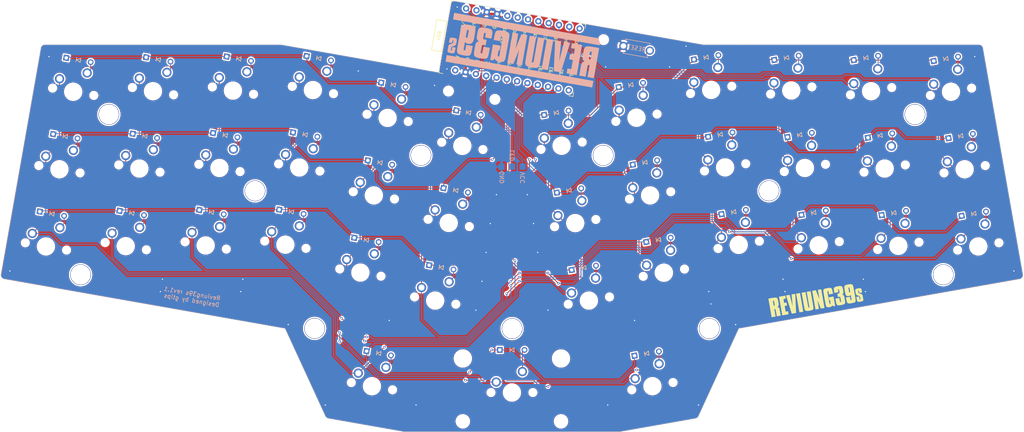
<source format=kicad_pcb>
(kicad_pcb (version 20221018) (generator pcbnew)
  (title_block (title "Reviung39s") (date "2019-09-11") (rev "1.1"))
  (layers (0 "F.Cu" signal) (31 "B.Cu" signal) (34 "B.Paste" user) (35 "F.Paste" user) (36 "B.SilkS" user "B.Silkscreen") (37 "F.SilkS" user "F.Silkscreen") (38 "B.Mask" user) (39 "F.Mask" user) (44 "Edge.Cuts" user))
  (net 0 "")
  (net 1 "row0")
  (net 2 "Net-(D1-Pad2)")
  (net 3 "Net-(D2-Pad2)")
  (net 4 "Net-(D3-Pad2)")
  (net 5 "Net-(D4-Pad2)")
  (net 6 "Net-(D5-Pad2)")
  (net 7 "Net-(D6-Pad2)")
  (net 8 "row1")
  (net 9 "Net-(D7-Pad2)")
  (net 10 "Net-(D8-Pad2)")
  (net 11 "Net-(D9-Pad2)")
  (net 12 "Net-(D10-Pad2)")
  (net 13 "Net-(D11-Pad2)")
  (net 14 "Net-(D12-Pad2)")
  (net 15 "row2")
  (net 16 "Net-(D13-Pad2)")
  (net 17 "Net-(D14-Pad2)")
  (net 18 "Net-(D15-Pad2)")
  (net 19 "Net-(D16-Pad2)")
  (net 20 "Net-(D17-Pad2)")
  (net 21 "Net-(D18-Pad2)")
  (net 22 "row3")
  (net 23 "Net-(D19-Pad2)")
  (net 24 "Net-(D20-Pad2)")
  (net 25 "Net-(D21-Pad2)")
  (net 26 "Net-(D22-Pad2)")
  (net 27 "Net-(D23-Pad2)")
  (net 28 "Net-(D24-Pad2)")
  (net 29 "Net-(D25-Pad2)")
  (net 30 "row4")
  (net 31 "Net-(D26-Pad2)")
  (net 32 "Net-(D27-Pad2)")
  (net 33 "Net-(D28-Pad2)")
  (net 34 "Net-(D29-Pad2)")
  (net 35 "Net-(D30-Pad2)")
  (net 36 "row5")
  (net 37 "Net-(D32-Pad2)")
  (net 38 "Net-(D33-Pad2)")
  (net 39 "Net-(D34-Pad2)")
  (net 40 "Net-(D35-Pad2)")
  (net 41 "Net-(D36-Pad2)")
  (net 42 "Net-(D37-Pad2)")
  (net 43 "row6")
  (net 44 "Net-(D38-Pad2)")
  (net 45 "Net-(D39-Pad2)")
  (net 46 "GND")
  (net 47 "VCC")
  (net 48 "LED")
  (net 49 "reset")
  (net 50 "col0")
  (net 51 "col1")
  (net 52 "col2")
  (net 53 "col3")
  (net 54 "col4")
  (net 55 "col5")
  (net 56 "Net-(U1-Pad2)")
  (net 57 "Net-(U1-Pad5)")
  (net 58 "Net-(U1-Pad6)")
  (net 59 "Net-(U1-Pad13)")
  (net 60 "Net-(U1-Pad24)")
  (net 61 "Net-(D31-Pad2)")
  (footprint "_reviung-kbd:HOLE" (layer "F.Cu") (at 56.51 57.53)
    (fp_text reference "H1" hide)
    (fp_text value "H1" hide)
  )
  (footprint "_reviung-kbd:HOLE" (layer "F.Cu") (at 49.66 96.41)
    (fp_text reference "H2" hide)
    (fp_text value "H2" hide)
  )
  (footprint "_reviung-kbd:HOLE" (layer "F.Cu") (at 91.95 76.08)
    (fp_text reference "H3" hide)
    (fp_text value "H3" hide)
  )
  (footprint "_reviung-kbd:HOLE" (layer "F.Cu") (at 106.41 109.43)
    (fp_text reference "H5" hide)
    (fp_text value "H5" hide)
  )
  (footprint "_reviung-kbd:HOLE" (layer "F.Cu") (at 132.19 67.46)
    (fp_text reference "H4" hide)
    (fp_text value "H4" hide)
  )
  (footprint "_reviung-kbd:HOLE" (layer "F.Cu") (at 154.3 109.47)
    (fp_text reference "H6" hide)
    (fp_text value "H6" hide)
  )
  (footprint "_reviung-kbd:HOLE" (layer "F.Cu") (at 176.38 67.47)
    (fp_text reference "H7" hide)
    (fp_text value "H7" hide)
  )
  (footprint "_reviung-kbd:HOLE" (layer "F.Cu") (at 202.12 109.47)
    (fp_text reference "H8" hide)
    (fp_text value "H8" hide)
  )
  (footprint "_reviung-kbd:HOLE" (layer "F.Cu") (at 216.59 76.06)
    (fp_text reference "H9" hide)
    (fp_text value "H9" hide)
  )
  (footprint "_reviung-kbd:HOLE" (layer "F.Cu") (at 252 57.54)
    (fp_text reference "H10" hide)
    (fp_text value "H10" hide)
  )
  (footprint "_reviung-kbd:HOLE" (layer "F.Cu") (at 258.86 96.41)
    (fp_text reference "H11" hide)
    (fp_text value "H11" hide)
  )
  (footprint "MountingHole:MountingHole_2.2mm_M2_ISO14580" (layer "F.Cu") (at 150.13 53.88)
    (fp_text reference "REF**" hide)
    (fp_text value "MountingHole_2.2mm_M2_ISO14580")
  )
  (footprint "MountingHole:MountingHole_2.2mm_M2_ISO14580" (layer "F.Cu") (at 176.48 39.4)
    (fp_text reference "REF**" hide)
    (fp_text value "MountingHole_2.2mm_M2_ISO14580")
  )
  (footprint "MountingHole:MountingHole_2.2mm_M2_ISO14580" (layer "F.Cu") (at 138.87 51.87)
    (fp_text reference "REF**" hide)
    (fp_text value "MountingHole_2.2mm_M2_ISO14580")
  )
  (footprint "_reviung-kbd:ProMicro" (layer "F.Cu") (at 156.09 41.86 80)
    (fp_text reference "U1" hide)
    (fp_text value "ProMicro" hide)
  )
  (footprint "_reviung-kbd:D3_TH" (layer "F.Cu") (at 49.14 44.34 -10)
    (fp_text reference "D1" hide)
    (fp_text value "D" hide)
  )
  (footprint "_reviung-kbd:D3_TH" (layer "F.Cu") (at 68.5 44.2 -10)
    (fp_text reference "D2" hide)
    (fp_text value "D" hide)
  )
  (footprint "_reviung-kbd:D3_TH" (layer "F.Cu") (at 88.03 44.02 -10)
    (fp_text reference "D3" hide)
    (fp_text value "D" hide)
  )
  (footprint "_reviung-kbd:D3_TH" (layer "F.Cu") (at 107.42 43.91 -10)
    (fp_text reference "D4" hide)
    (fp_text value "D" hide)
  )
  (footprint "_reviung-kbd:D3_TH" (layer "F.Cu") (at 125.51 50.34 -10)
    (fp_text reference "D5" hide)
    (fp_text value "D" hide)
  )
  (footprint "_reviung-kbd:D3_TH" (layer "F.Cu") (at 143.73 57.09 -10)
    (fp_text reference "D6" hide)
    (fp_text value "D" hide)
  )
  (footprint "_reviung-kbd:D3_TH" (layer "F.Cu") (at 45.95 62.83 -10)
    (fp_text reference "D7" hide)
    (fp_text value "D" hide)
  )
  (footprint "_reviung-kbd:D3_TH" (layer "F.Cu") (at 65.25 62.74 -10)
    (fp_text reference "D8" hide)
    (fp_text value "D" hide)
  )
  (footprint "_reviung-kbd:D3_TH" (layer "F.Cu") (at 84.73 62.57 -10)
    (fp_text reference "D9" hide)
    (fp_text value "D" hide)
  )
  (footprint "_reviung-kbd:D3_TH" (layer "F.Cu") (at 104.12 62.42 -10)
    (fp_text reference "D10" hide)
    (fp_text value "D" hide)
  )
  (footprint "_reviung-kbd:D3_TH" (layer "F.Cu") (at 122.26 69.21 -10)
    (fp_text reference "D11" hide)
    (fp_text value "D" hide)
  )
  (footprint "_reviung-kbd:D3_TH" (layer "F.Cu") (at 140.63 75.93 -10)
    (fp_text reference "D12" hide)
    (fp_text value "D" hide)
  )
  (footprint "_reviung-kbd:D3_TH" (layer "F.Cu") (at 42.71 81.61 -10)
    (fp_text reference "D13" hide)
    (fp_text value "D" hide)
  )
  (footprint "_reviung-kbd:D3_TH" (layer "F.Cu") (at 62.07 81.44 -10)
    (fp_text reference "D14" hide)
    (fp_text value "D" hide)
  )
  (footprint "_reviung-kbd:D3_TH" (layer "F.Cu") (at 81.4 81.23 -10)
    (fp_text reference "D15" hide)
    (fp_text value "D" hide)
  )
  (footprint "_reviung-kbd:D3_TH" (layer "F.Cu") (at 100.78 81.15 -10)
    (fp_text reference "D16" hide)
    (fp_text value "D" hide)
  )
  (footprint "_reviung-kbd:D3_TH" (layer "F.Cu") (at 118.98 87.96 -10)
    (fp_text reference "D17" hide)
    (fp_text value "D" hide)
  )
  (footprint "_reviung-kbd:D3_TH" (layer "F.Cu") (at 137.13 94.62 -10)
    (fp_text reference "D18" hide)
    (fp_text value "D" hide)
  )
  (footprint "_reviung-kbd:D3_TH" (layer "F.Cu") (at 165.03 57.13 10)
    (fp_text reference "D19" hide)
    (fp_text value "D" hide)
  )
  (footprint "_reviung-kbd:D3_TH" (layer "F.Cu") (at 183.1 50.39 10)
    (fp_text reference "D20" hide)
    (fp_text value "D" hide)
  )
  (footprint "_reviung-kbd:D3_TH" (layer "F.Cu") (at 201.36 43.69 10)
    (fp_text reference "D21" hide)
    (fp_text value "D" hide)
  )
  (footprint "_reviung-kbd:D3_TH" (layer "F.Cu") (at 220.84 43.8 10)
    (fp_text reference "D22" hide)
    (fp_text value "D" hide)
  )
  (footprint "_reviung-kbd:D3_TH" (layer "F.Cu") (at 240.11 43.83 10)
    (fp_text reference "D23" hide)
    (fp_text value "D" hide)
  )
  (footprint "_reviung-kbd:D3_TH" (layer "F.Cu") (at 259.5 44.05 10)
    (fp_text reference "D24" hide)
    (fp_text value "D" hide)
  )
  (footprint "_reviung-kbd:D3_TH" (layer "F.Cu") (at 168.11 75.98 10)
    (fp_text reference "D25" hide)
    (fp_text value "D" hide)
  )
  (footprint "_reviung-kbd:D3_TH" (layer "F.Cu") (at 186.52 69.19 10)
    (fp_text reference "D26" hide)
    (fp_text value "D" hide)
  )
  (footprint "_reviung-kbd:D3_TH" (layer "F.Cu") (at 204.79 62.43 10)
    (fp_text reference "D27" hide)
    (fp_text value "D" hide)
  )
  (footprint "_reviung-kbd:D3_TH" (layer "F.Cu") (at 224.04 62.51 10)
    (fp_text reference "D28" hide)
    (fp_text value "D" hide)
  )
  (footprint "_reviung-kbd:D3_TH" (layer "F.Cu") (at 243.54 62.65 10)
    (fp_text reference "D29" hide)
    (fp_text value "D" hide)
  )
  (footprint "_reviung-kbd:D3_TH" (layer "F.Cu") (at 263.09 62.77 10)
    (fp_text reference "D30" hide)
    (fp_text value "D" hide)
  )
  (footprint "_reviung-kbd:D3_TH" (layer "F.Cu") (at 171.7 94.73 10)
    (fp_text reference "D31" hide)
    (fp_text value "D" hide)
  )
  (footprint "_reviung-kbd:D3_TH" (layer "F.Cu") (at 189.8 87.94 10)
    (fp_text reference "D32" hide)
    (fp_text value "D" hide)
  )
  (footprint "_reviung-kbd:D3_TH" (layer "F.Cu") (at 208.04 81.2 10)
    (fp_text reference "D33" hide)
    (fp_text value "D" hide)
  )
  (footprint "_reviung-kbd:D3_TH" (layer "F.Cu") (at 227.43 81.37 10)
    (fp_text reference "D34" hide)
    (fp_text value "D" hide)
  )
  (footprint "_reviung-kbd:D3_TH" (layer "F.Cu") (at 246.88 81.43 10)
    (fp_text reference "D35" hide)
    (fp_text value "D" hide)
  )
  (footprint "_reviung-kbd:D3_TH" (layer "F.Cu") (at 266.27 81.62 10)
    (fp_text reference "D36" hide)
    (fp_text value "D" hide)
  )
  (footprint "_reviung-kbd:D3_TH" (layer "F.Cu") (at 121.97 115.46 -10)
    (fp_text reference "D37" hide)
    (fp_text value "D" hide)
  )
  (footprint "_reviung-kbd:D3_TH" (layer "F.Cu") (at 154.31 114.64)
    (fp_text reference "D38" hide)
    (fp_text value "D" hide)
  )
  (footprint "_reviung-kbd:D3_TH" (layer "F.Cu") (at 186.94 115.52 10)
    (fp_text reference "D39" hide)
    (fp_text value "D" hide)
  )
  (footprint "_reviung-kbd:MXOnly-1U-NoLED" (layer "F.Cu") (at 47.86 52.04 -10)
    (fp_text reference "SW1" hide)
    (fp_text value "SW_PUSH" hide)
  )
  (footprint "_reviung-kbd:MXOnly-1U-NoLED" (layer "F.Cu") (at 67.21 51.9 -10)
    (fp_text reference "SW2" hide)
    (fp_text value "SW_PUSH" hide)
  )
  (footprint "_reviung-kbd:MXOnly-1U-NoLED" (layer "F.Cu") (at 86.6 51.76 -10)
    (fp_text reference "SW3" hide)
    (fp_text value "SW_PUSH" hide)
  )
  (footprint "_reviung-kbd:MXOnly-1U-NoLED" (layer "F.Cu") (at 105.99 51.62 -10)
    (fp_text reference "SW4" hide)
    (fp_text value "SW_PUSH" hide)
  )
  (footprint "_reviung-kbd:MXOnly-1U-NoLED" (layer "F.Cu") (at 124.11 58.38 -10)
    (fp_text reference "SW5" hide)
    (fp_text value "SW_PUSH" hide)
  )
  (footprint "_reviung-kbd:MXOnly-1U-NoLED" (layer "F.Cu") (at 142.23 65.17 -10)
    (fp_text reference "SW6" hide)
    (fp_text value "SW_PUSH" hide)
  )
  (footprint "_reviung-kbd:MXOnly-1U-NoLED" (layer "F.Cu") (at 44.52 70.83 -10)
    (fp_text reference "SW7" hide)
    (fp_text value "SW_PUSH" hide)
  )
  (footprint "_reviung-kbd:MXOnly-1U-NoLED" (layer "F.Cu") (at 63.91 70.66 -10)
    (fp_text reference "SW8" hide)
    (fp_text value "SW_PUSH" hide)
  )
  (footprint "_reviung-kbd:MXOnly-1U-NoLED" (layer "F.Cu") (at 83.33 70.52 -10)
    (fp_text reference "SW9" hide)
    (fp_text value "SW_PUSH" hide)
  )
  (footprint "_reviung-kbd:MXOnly-1U-NoLED" (layer "F.Cu") (at 102.68 70.41 -10)
    (fp_text reference "SW10" hide)
    (fp_text value "SW_PUSH" hide)
  )
  (footprint "_reviung-kbd:MXOnly-1U-NoLED" (layer "F.Cu") (at 120.77 77.17 -10)
    (fp_text reference "SW11" hide)
    (fp_text value "SW_PUSH" hide)
  )
  (footprint "_reviung-kbd:MXOnly-1U-NoLED" (layer "F.Cu") (at 138.93 83.85 -10)
    (fp_text reference "SW12" hide)
    (fp_text value "SW_PUSH" hide)
  )
  (footprint "_reviung-kbd:MXOnly-1U-NoLED" (layer "F.Cu") (at 41.25 89.55 -10)
    (fp_text reference "SW13" hide)
    (fp_text value "SW_PUSH" hide)
  )
  (footprint "_reviung-kbd:MXOnly-1U-NoLED" (layer "F.Cu") (at 60.6 89.48 -10)
    (fp_text reference "SW14" hide)
    (fp_text value "SW_PUSH" hide)
  )
  (footprint "_reviung-kbd:MXOnly-1U-NoLED" (layer "F.Cu") (at 79.99 89.31 -10)
    (fp_text reference "SW15" hide)
    (fp_text value "SW_PUSH" hide)
  )
  (footprint "_reviung-kbd:MXOnly-1U-NoLED" (layer "F.Cu") (at 99.31 89.13 -10)
    (fp_text reference "SW16" hide)
    (fp_text value "SW_PUSH" hide)
  )
  (footprint "_reviung-kbd:MXOnly-1U-NoLED" (layer "F.Cu") (at 117.5 95.89 -10)
    (fp_text reference "SW17" hide)
    (fp_text value "SW_PUSH" hide)
  )
  (footprint "_reviung-kbd:MXOnly-1U-NoLED" (layer "F.Cu") (at 135.65 102.68 -10)
    (fp_text reference "SW18" hide)
    (fp_text value "SW_PUSH" hide)
  )
  (footprint "_reviung-kbd:MXOnly-1U-NoLED" (layer "F.Cu") (at 166.3 65.13 10)
    (fp_text reference "SW19" hide)
    (fp_text value "SW_PUSH" hide)
  )
  (footprint "_reviung-kbd:MXOnly-1U-NoLED" (layer "F.Cu") (at 184.46 58.34 10)
    (fp_text reference "SW20" hide)
    (fp_text value "SW_PUSH" hide)
  )
  (footprint "_reviung-kbd:MXOnly-1U-NoLED" (layer "F.Cu") (at 202.58 51.59 10)
    (fp_text reference "SW21" hide)
    (fp_text value "SW_PUSH" hide)
  )
  (footprint "_reviung-kbd:MXOnly-1U-NoLED" (layer "F.Cu") (at 222 51.73 10)
    (fp_text reference "SW22" hide)
    (fp_text value "SW_PUSH" hide)
  )
  (footprint "_reviung-kbd:MXOnly-1U-NoLED" (layer "F.Cu") (at 241.36 51.9 10)
    (fp_text reference "SW23" hide)
    (fp_text value "SW_PUSH" hide)
  )
  (footprint "_reviung-kbd:MXOnly-1U-NoLED" (layer "F.Cu") (at 260.74 52.04 10)
    (fp_text reference "SW24" hide)
    (fp_text value "SW_PUSH" hide)
  )
  (footprint "_reviung-kbd:MXOnly-1U-NoLED" (layer "F.Cu") (at 169.61 83.89 10)
    (fp_text reference "SW25" hide)
    (fp_text value "SW_PUSH" hide)
  )
  (footprint "_reviung-kbd:MXOnly-1U-NoLED" (layer "F.Cu") (at 187.77 77.17 10)
    (fp_text reference "SW26" hide)
    (fp_text value "SW_PUSH" hide)
  )
  (footprint "_reviung-kbd:MXOnly-1U-NoLED" (layer "F.Cu") (at 205.96 70.38 10)
    (fp_text reference "SW27" hide)
    (fp_text value "SW_PUSH" hide)
  )
  (footprint "_reviung-kbd:MXOnly-1U-NoLED" (layer "F.Cu") (at 225.31 70.52 10)
    (fp_text reference "SW28" hide)
    (fp_text value "SW_PUSH" hide)
  )
  (footprint "_reviung-kbd:MXOnly-1U-NoLED" (layer "F.Cu") (at 244.66 70.66 10)
    (fp_text reference "SW29" hide)
    (fp_text value "SW_PUSH" hide)
  )
  (footprint "_reviung-kbd:MXOnly-1U-NoLED" (layer "F.Cu") (at 264.05 70.83 10)
    (fp_text reference "SW30" hide)
    (fp_text value "SW_PUSH" hide)
  )
  (footprint "_reviung-kbd:MXOnly-1U-NoLED" (layer "F.Cu") (at 172.92 102.68 10)
    (fp_text reference "SW31" hide)
    (fp_text value "SW_PUSH" hide)
  )
  (footprint "_reviung-kbd:MXOnly-1U-NoLED" (layer "F.Cu") (at 191.11 95.92 10)
    (fp_text reference "SW32" hide)
    (fp_text value "SW_PUSH" hide)
  )
  (footprint "_reviung-kbd:MXOnly-1U-NoLED" (layer "F.Cu") (at 209.26 89.17 10)
    (fp_text reference "SW33" hide)
    (fp_text value "SW_PUSH" hide)
  )
  (footprint "_reviung-kbd:MXOnly-1U-NoLED" (layer "F.Cu") (at 228.65 89.27 10)
    (fp_text reference "SW34" hide)
    (fp_text value "SW_PUSH" hide)
  )
  (footprint "_reviung-kbd:MXOnly-1U-NoLED" (layer "F.Cu") (at 247.97 89.41 10)
    (fp_text reference "SW35" hide)
    (fp_text value "SW_PUSH" hide)
  )
  (footprint "_reviung-kbd:MXOnly-1U-NoLED" (layer "F.Cu") (at 267.36 89.55 10)
    (fp_text reference "SW36" hide)
    (fp_text value "SW_PUSH" hide)
  )
  (footprint "_reviung-kbd:MXOnly-1U-NoLED" (layer "F.Cu") (at 120.31 123.44 -10)
    (fp_text reference "SW37" hide)
    (fp_text value "SW_PUSH" hide)
  )
  (footprint "_reviung-kbd:MXOnly-2.25U-ReversedStabilizers-NoLED" (layer "F.Cu") (at 154.26 124.98)
    (fp_text reference "SW38" hide)
    (fp_text value "SW_2U_PUSH" hide)
  )
  (footprint "_reviung-kbd:MXOnly-1U-NoLED" (layer "F.Cu") (at 188.33 123.44 10)
    (fp_text reference "SW39" hide)
    (fp_text value "SW_PUSH" hide)
  )
  (footprint "_reviung-kbd:REVIUNG39s-FS-logo" (layer "F.Cu") (at 228 102.5 10)
    (fp_text reference "G***" hide)
    (fp_text value "LOGO" hide)
  )
  (footprint "_reviung-kbd:ResetSW_1side" (layer "B.Cu") (at 184.5 41.5 -10)
    (fp_text reference "RESET1" hide)
    (fp_text value "SW_PUSH")
  )
  (footprint "_reviung-kbd:StripLED_1side" (layer "B.Cu") (at 151.75 70.2 -90)
    (fp_text reference "J1" hide)
    (fp_text value "Conn_01x03_Shielded" hide)
  )
  (footprint "_reviung-kbd:REVIUNG39s-B-logo" (layer "B.Cu") (at 156.99 41.96 170)
    (fp_text reference "G***" hide)
    (fp_text value "LOGO" hide)
  )
  (gr_curve (pts (xy 180.53 134.49) (xy 180.53 134.49) (xy 198.774115 131.272616) (xy 198.774115 131.272616)) (stroke (width 0.1)) (layer "Edge.Cuts"))
  (gr_curve (pts (xy 40.993147 40.600446) (xy 40.489388 40.600446) (xy 40.075503 40.97284) (xy 40.006148 41.457414)) (stroke (width 0.1)) (layer "Edge.Cuts"))
  (gr_curve (pts (xy 31.151413 97.468917) (xy 31.151413 97.468917) (xy 99.214162 109.471221) (xy 99.214162 109.471221)) (stroke (width 0.1)) (layer "Edge.Cuts"))
  (gr_curve (pts (xy 139.37405 30.830155) (xy 139.37405 30.830155) (xy 136.463633 47.344694) (xy 136.463633 47.344694)) (stroke (width 0.1)) (layer "Edge.Cuts"))
  (gr_curve (pts (xy 40.006148 41.457414) (xy 40.006148 41.457414) (xy 30.333591 96.314595) (xy 30.333591 96.314595)) (stroke (width 0.1)) (layer "Edge.Cuts"))
  (gr_curve (pts (xy 277.361428 97.468788) (xy 277.834526 97.389573) (xy 278.192902 96.978508) (xy 278.192902 96.48291)) (stroke (width 0.1)) (layer "Edge.Cuts"))
  (gr_curve (pts (xy 99.214162 109.471221) (xy 99.214162 109.471221) (xy 109.007062 130.716436) (xy 109.007062 130.716436)) (stroke (width 0.1)) (layer "Edge.Cuts"))
  (gr_curve (pts (xy 278.180069 96.320646) (xy 278.180069 96.320646) (xy 268.5023 41.431683) (xy 268.5023 41.431683)) (stroke (width 0.1)) (layer "Edge.Cuts"))
  (gr_curve (pts (xy 200.610277 40.600726) (xy 200.610277 40.600726) (xy 140.53242 30.006971) (xy 140.53242 30.006971)) (stroke (width 0.1)) (layer "Edge.Cuts"))
  (gr_curve (pts (xy 140.362383 29.993837) (xy 139.864502 29.993837) (xy 139.450552 30.35385) (xy 139.37405 30.830155)) (stroke (width 0.1)) (layer "Edge.Cuts"))
  (gr_curve (pts (xy 127.982088 134.49) (xy 127.982088 134.49) (xy 180.53 134.49) (xy 180.53 134.49)) (stroke (width 0.1)) (layer "Edge.Cuts"))
  (gr_curve (pts (xy 109.72418 131.269847) (xy 109.72418 131.269847) (xy 127.982088 134.49) (xy 127.982088 134.49)) (stroke (width 0.1)) (layer "Edge.Cuts"))
  (gr_curve (pts (xy 278.192902 96.48291) (xy 278.192902 96.4288) (xy 278.180069 96.320646) (xy 278.180069 96.320646)) (stroke (width 0.1)) (layer "Edge.Cuts"))
  (gr_curve (pts (xy 31.150638 97.467819) (xy 31.150638 97.467819) (xy 31.151413 97.468917) (xy 31.151413 97.468917)) (stroke (width 0.1)) (layer "Edge.Cuts"))
  (gr_curve (pts (xy 30.320176 96.484912) (xy 30.320176 96.979132) (xy 30.679478 97.386946) (xy 31.150638 97.467819)) (stroke (width 0.1)) (layer "Edge.Cuts"))
  (gr_curve (pts (xy 198.774115 131.272616) (xy 199.109839 131.214394) (xy 199.387462 130.987543) (xy 199.519237 130.6836)) (stroke (width 0.1)) (layer "Edge.Cuts"))
  (gr_curve (pts (xy 209.298464 109.470252) (xy 209.298464 109.470252) (xy 277.361428 97.468788) (xy 277.361428 97.468788)) (stroke (width 0.1)) (layer "Edge.Cuts"))
  (gr_curve (pts (xy 268.5023 41.431683) (xy 268.424011 40.957466) (xy 268.005388 40.601006) (xy 267.509015 40.601006)) (stroke (width 0.1)) (layer "Edge.Cuts"))
  (gr_curve (pts (xy 98.214999 40.600425) (xy 98.214999 40.600425) (xy 40.993147 40.600446) (xy 40.993147 40.600446)) (stroke (width 0.1)) (layer "Edge.Cuts"))
  (gr_curve (pts (xy 136.463633 47.344694) (xy 136.463633 47.344694) (xy 98.214999 40.600425) (xy 98.214999 40.600425)) (stroke (width 0.1)) (layer "Edge.Cuts"))
  (gr_curve (pts (xy 199.519237 130.6836) (xy 199.519237 130.6836) (xy 209.298464 109.470252) (xy 209.298464 109.470252)) (stroke (width 0.1)) (layer "Edge.Cuts"))
  (gr_curve (pts (xy 30.333591 96.314595) (xy 30.333591 96.314595) (xy 30.320176 96.428176) (xy 30.320176 96.484912)) (stroke (width 0.1)) (layer "Edge.Cuts"))
  (gr_curve (pts (xy 109.007062 130.716436) (xy 109.141614 131.002314) (xy 109.404647 131.209967) (xy 109.72418 131.269847)) (stroke (width 0.1)) (layer "Edge.Cuts"))
  (gr_curve (pts (xy 210.298639 40.600274) (xy 210.298639 40.600274) (xy 200.610277 40.600726) (xy 200.610277 40.600726)) (stroke (width 0.1)) (layer "Edge.Cuts"))
  (gr_curve (pts (xy 140.53242 30.006971) (xy 140.53242 30.006971) (xy 140.418947 29.993837) (xy 140.362383 29.993837)) (stroke (width 0.1)) (layer "Edge.Cuts"))
  (gr_curve (pts (xy 267.509015 40.601006) (xy 267.509015 40.601006) (xy 210.298639 40.600274) (xy 210.298639 40.600274)) (stroke (width 0.1)) (layer "Edge.Cuts"))
  (gr_text "Reviung39s rev1.1\nDesigned by gtips" (at 83.5 103 -10) (layer "B.SilkS") (effects (font (size 1 1)) (justify left mirror)))
  (segment (start 150.516381 48.603195) (end 142.550521 56.569055) (width 0.2) (layer "F.Cu") (net 1))
  (segment (start 142.550521 56.569055) (end 140.775577 56.569055) (width 0.2) (layer "F.Cu") (net 1))
  (segment (start 104.465577 43.389055) (end 85.185577 43.389055) (width 0.2) (layer "B.Cu") (net 1))
  (segment (start 122.555577 50.989278) (end 122.555577 49.819055) (width 0.2) (layer "B.Cu") (net 1))
  (segment (start 46.325577 43.679055) (end 46.185577 43.819055) (width 0.2) (layer "B.Cu") (net 1))
  (segment (start 110.025354 49.819055) (end 104.465577 44.259278) (width 0.2) (layer "B.Cu") (net 1))
  (segment (start 85.185577 43.389055) (end 85.075577 43.499055) (width 0.2) (layer "B.Cu") (net 1))
  (segment (start 122.555577 49.819055) (end 110.025354 49.819055) (width 0.2) (layer "B.Cu") (net 1))
  (segment (start 65.725577 43.499055) (end 65.545577 43.679055) (width 0.2) (layer "B.Cu") (net 1))
  (segment (start 65.545577 43.679055) (end 46.325577 43.679055) (width 0.2) (layer "B.Cu") (net 1))
  (segment (start 85.075577 43.499055) (end 65.725577 43.499055) (width 0.2) (layer "B.Cu") (net 1))
  (segment (start 104.465577 44.259278) (end 104.465577 43.389055) (width 0.2) (layer "B.Cu") (net 1))
  (segment (start 140.775577 56.569055) (end 128.135354 56.569055) (width 0.2) (layer "B.Cu") (net 1))
  (segment (start 128.135354 56.569055) (end 122.555577 50.989278) (width 0.2) (layer "B.Cu") (net 1))
  (segment (start 52.094423 46.627364) (end 51.243544 47.478243) (width 0.2) (layer "B.Cu") (net 2))
  (segment (start 52.094423 44.860945) (end 52.094423 46.627364) (width 0.2) (layer "B.Cu") (net 2))
  (segment (start 71.454423 44.720945) (end 71.454423 46.477364) (width 0.2) (layer "B.Cu") (net 3))
  (segment (start 71.454423 46.477364) (end 70.593544 47.338243) (width 0.2) (layer "B.Cu") (net 3))
  (segment (start 90.984423 44.540945) (end 90.984423 46.197364) (width 0.2) (layer "B.Cu") (net 4))
  (segment (start 90.984423 46.197364) (end 89.983544 47.198243) (width 0.2) (layer "B.Cu") (net 4))
  (segment (start 110.374423 46.057364) (end 109.373544 47.058243) (width 0.2) (layer "B.Cu") (net 5))
  (segment (start 110.374423 44.430945) (end 110.374423 46.057364) (width 0.2) (layer "B.Cu") (net 5))
  (segment (start 128.464423 50.860945) (end 128.464423 52.847364) (width 0.2) (layer "B.Cu") (net 6))
  (segment (start 128.464423 52.847364) (end 127.493544 53.818243) (width 0.2) (layer "B.Cu") (net 6))
  (segment (start 146.684423 57.610945) (end 146.684423 59.537364) (width 0.2) (layer "B.Cu") (net 7))
  (segment (start 146.684423 59.537364) (end 145.613544 60.608243) (width 0.2) (layer "B.Cu") (net 7))
  (segment (start 153.017792 49.044262) (end 153.017792 64.982208) (width 0.2) (layer "F.Cu") (net 8))
  (segment (start 149.5 68.5) (end 153.017792 64.982208) (width 0.2) (layer "F.Cu") (net 8))
  (via (at 149.5 68.5) (size 0.6) (drill 0.3) (layers "F.Cu" "B.Cu") (net 8))
  (segment (start 82.599244 61.225388) (end 81.775577 62.049055) (width 0.2) (layer "B.Cu") (net 8))
  (segment (start 100.49191 61.225388) (end 82.599244 61.225388) (width 0.2) (layer "B.Cu") (net 8))
  (segment (start 119.305577 68.689055) (end 119.305577 69.49833) (width 0.2) (layer "B.Cu") (net 8))
  (segment (start 43.085577 62.219055) (end 42.995577 62.309055) (width 0.2) (layer "B.Cu") (net 8))
  (segment (start 62.295577 62.219055) (end 43.085577 62.219055) (width 0.2) (layer "B.Cu") (net 8))
  (segment (start 137.675577 75.409055) (end 137.675577 74.59978) (width 0.2) (layer "B.Cu") (net 8))
  (segment (start 121.5 73.5) (end 123.409055 75.409055) (width 0.2) (layer "B.Cu") (net 8))
  (segment (start 101.165577 61.899055) (end 100.49191 61.225388) (width 0.2) (layer "B.Cu") (net 8))
  (segment (start 81.775577 62.049055) (end 62.465577 62.049055) (width 0.2) (layer "B.Cu") (net 8))
  (segment (start 137.675577 75.409055) (end 125.409055 75.409055) (width 0.2) (layer "B.Cu") (net 8))
  (segment (start 62.465577 62.049055) (end 62.295577 62.219055) (width 0.2) (layer "B.Cu") (net 8))
  (segment (start 101.165577 61.899055) (end 101.165577 64.665577) (width 0.2) (layer "B.Cu") (net 8))
  (segment (start 101.165577 64.665577) (end 105.189055 68.689055) (width 0.2) (layer "B.Cu") (net 8))
  (segment (start 105.189055 68.689055) (end 119.305577 68.689055) (width 0.2) (layer "B.Cu") (net 8))
  (segment (start 121.5 71.692753) (end 121.5 73.5) (width 0.2) (layer "B.Cu") (net 8))
  (segment (start 143.775357 68.5) (end 149.5 68.5) (width 0.2) (layer "B.Cu") (net 8))
  (segment (start 123.409055 75.409055) (end 125.409055 75.409055) (width 0.2) (layer "B.Cu") (net 8))
  (segment (start 137.675577 74.59978) (end 143.775357 68.5) (width 0.2) (layer "B.Cu") (net 8))
  (segment (start 119.305577 69.49833) (end 121.5 71.692753) (width 0.2) (layer "B.Cu") (net 8))
  (segment (start 48.904423 63.350945) (end 48.904423 65.267364) (width 0.2) (layer "B.Cu") (net 9))
  (segment (start 48.904423 65.267364) (end 47.903544 66.268243) (width 0.2) (layer "B.Cu") (net 9))
  (segment (start 68.204423 63.260945) (end 68.204423 65.187364) (width 0.2) (layer "B.Cu") (net 10))
  (segment (start 68.204423 65.187364) (end 67.293544 66.098243) (width 0.2) (layer "B.Cu") (net 10))
  (segment (start 87.684423 64.987364) (end 86.713544 65.958243) (width 0.2) (layer "B.Cu") (net 11))
  (segment (start 87.684423 63.090945) (end 87.684423 64.987364) (width 0.2) (layer "B.Cu") (net 11))
  (segment (start 107.074423 64.837364) (end 106.063544 65.848243) (width 0.2) (layer "B.Cu") (net 12))
  (segment (start 107.074423 62.940945) (end 107.074423 64.837364) (width 0.2) (layer "B.Cu") (net 12))
  (segment (start 125.214423 71.547364) (end 124.153544 72.608243) (width 0.2) (layer "B.Cu") (net 13))
  (segment (start 125.214423 69.730945) (end 125.214423 71.547364) (width 0.2) (layer "B.Cu") (net 13))
  (segment (start 143.584423 78.017364) (end 142.313544 79.288243) (width 0.2) (layer "B.Cu") (net 14))
  (segment (start 143.584423 76.450945) (end 143.584423 78.017364) (width 0.2) (layer "B.Cu") (net 14))
  (segment (start 153.504532 92.995468) (end 153.504532 51.5) (width 0.2) (layer "F.Cu") (net 15))
  (segment (start 153.504532 51.5) (end 155.519204 49.485328) (width 0.2) (layer "F.Cu") (net 15))
  (segment (start 134.175577 94.099055) (end 152.400945 94.099055) (width 0.2) (layer "F.Cu") (net 15))
  (segment (start 152.400945 94.099055) (end 153.504532 92.995468) (width 0.2) (layer "F.Cu") (net 15))
  (segment (start 39.925577 80.919055) (end 39.755577 81.089055) (width 0.2) (layer "B.Cu") (net 15))
  (segment (start 59.115577 80.919055) (end 39.925577 80.919055) (width 0.2) (layer "B.Cu") (net 15))
  (segment (start 59.325577 80.709055) (end 59.115577 80.919055) (width 0.2) (layer "B.Cu") (net 15))
  (segment (start 97.825577 80.629055) (end 78.525577 80.629055) (width 0.2) (layer "B.Cu") (net 15))
  (segment (start 97.825577 80.629055) (end 109.215577 80.629055) (width 0.2) (layer "B.Cu") (net 15))
  (segment (start 116.025577 87.439055) (end 127.515577 87.439055) (width 0.2) (layer "B.Cu") (net 15))
  (segment (start 127.515577 87.439055) (end 134.175577 94.099055) (width 0.2) (layer "B.Cu") (net 15))
  (segment (start 109.215577 80.629055) (end 116.025577 87.439055) (width 0.2) (layer "B.Cu") (net 15))
  (segment (start 78.525577 80.629055) (end 78.445577 80.709055) (width 0.2) (layer "B.Cu") (net 15))
  (segment (start 78.445577 80.709055) (end 59.325577 80.709055) (width 0.2) (layer "B.Cu") (net 15))
  (segment (start 45.664423 83.957364) (end 44.633544 84.988243) (width 0.2) (layer "B.Cu") (net 16))
  (segment (start 45.664423 82.130945) (end 45.664423 83.957364) (width 0.2) (layer "B.Cu") (net 16))
  (segment (start 65.024423 83.877364) (end 63.983544 84.918243) (width 0.2) (layer "B.Cu") (net 17))
  (segment (start 65.024423 81.960945) (end 65.024423 83.877364) (width 0.2) (layer "B.Cu") (net 17))
  (segment (start 84.354423 81.750945) (end 84.354423 83.767364) (width 0.2) (layer "B.Cu") (net 18))
  (segment (start 84.354423 83.767364) (end 83.373544 84.748243) (width 0.2) (layer "B.Cu") (net 18))
  (segment (start 103.734423 81.670945) (end 103.734423 83.527364) (width 0.2) (layer "B.Cu") (net 19))
  (segment (start 103.734423 83.527364) (end 102.693544 84.568243) (width 0.2) (layer "B.Cu") (net 19))
  (segment (start 121.934423 88.480945) (end 121.934423 90.277364) (width 0.2) (layer "B.Cu") (net 20))
  (segment (start 121.934423 90.277364) (end 120.883544 91.328243) (width 0.2) (layer "B.Cu") (net 20))
  (segment (start 140.084423 95.140945) (end 140.084423 97.067364) (width 0.2) (layer "B.Cu") (net 21))
  (segment (start 140.084423 97.067364) (end 139.033544 98.118243) (width 0.2) (layer "B.Cu") (net 21))
  (segment (start 180.145577 50.910945) (end 191.705577 50.910945) (width 0.2) (layer "F.Cu") (net 22))
  (segment (start 191.705577 50.910945) (end 198.405577 44.210945) (width 0.2) (layer "F.Cu") (net 22))
  (segment (start 154 55) (end 156.650945 57.650945) (width 0.2) (layer "F.Cu") (net 22))
  (segment (start 173.405577 57.650945) (end 180.145577 50.910945) (width 0.2) (layer "F.Cu") (net 22))
  (segment (start 198.405577 44.210945) (end 217.775577 44.210945) (width 0.2) (layer "F.Cu") (net 22))
  (segment (start 217.885577 44.320945) (end 237.125577 44.320945) (width 0.2) (layer "F.Cu") (net 22))
  (segment (start 237.125577 44.320945) (end 237.155577 44.350945) (width 0.2) (layer "F.Cu") (net 22))
  (segment (start 154 51.57023) (end 154 55) (width 0.2) (layer "F.Cu") (net 22))
  (segment (start 256.325577 44.350945) (end 256.545577 44.570945) (width 0.2) (layer "F.Cu") (net 22))
  (segment (start 156.650945 57.650945) (end 162.075577 57.650945) (width 0.2) (layer "F.Cu") (net 22))
  (segment (start 237.155577 44.350945) (end 256.325577 44.350945) (width 0.2) (layer "F.Cu") (net 22))
  (segment (start 162.075577 57.650945) (end 173.405577 57.650945) (width 0.2) (layer "F.Cu") (net 22))
  (segment (start 217.775577 44.210945) (end 217.885577 44.320945) (width 0.2) (layer "F.Cu") (net 22))
  (segment (start 158.020616 49.926395) (end 157.258617 50.688394) (width 0.2) (layer "F.Cu") (net 22))
  (segment (start 154.881836 50.688394) (end 154 51.57023) (width 0.2) (layer "F.Cu") (net 22))
  (segment (start 157.258617 50.688394) (end 154.881836 50.688394) (width 0.2) (layer "F.Cu") (net 22))
  (segment (start 167.984423 59.620966) (end 167.919279 59.68611) (width 0.2) (layer "B.Cu") (net 23))
  (segment (start 167.984423 56.609055) (end 167.984423 59.620966) (width 0.2) (layer "B.Cu") (net 23))
  (segment (start 186.054423 49.869055) (end 186.054423 52.871254) (width 0.2) (layer "B.Cu") (net 24))
  (segment (start 186.054423 52.871254) (end 186.079279 52.89611) (width 0.2) (layer "B.Cu") (net 24))
  (segment (start 204.314423 43.169055) (end 204.314423 46.030966) (width 0.2) (layer "B.Cu") (net 25))
  (segment (start 204.314423 46.030966) (end 204.199279 46.14611) (width 0.2) (layer "B.Cu") (net 25))
  (segment (start 223.794423 46.110966) (end 223.619279 46.28611) (width 0.2) (layer "B.Cu") (net 26))
  (segment (start 223.794423 43.279055) (end 223.794423 46.110966) (width 0.2) (layer "B.Cu") (net 26))
  (segment (start 243.064423 43.309055) (end 243.064423 46.370966) (width 0.2) (layer "B.Cu") (net 27))
  (segment (start 243.064423 46.370966) (end 242.979279 46.45611) (width 0.2) (layer "B.Cu") (net 27))
  (segment (start 262.454423 43.529055) (end 262.454423 46.500966) (width 0.2) (layer "B.Cu") (net 28))
  (segment (start 262.454423 46.500966) (end 262.359279 46.59611) (width 0.2) (layer "B.Cu") (net 28))
  (segment (start 171.064423 75.459055) (end 171.064423 78.281254) (width 0.2) (layer "B.Cu") (net 29))
  (segment (start 171.064423 78.281254) (end 171.229279 78.44611) (width 0.2) (layer "B.Cu") (net 29))
  (segment (start 158.87054 51.12946) (end 155.5 54.5) (width 0.2) (layer "B.Cu") (net 30))
  (segment (start 223.746468 66.501111) (end 237.255411 66.501111) (width 0.2) (layer "B.Cu") (net 30))
  (segment (start 221.085577 63.030945) (end 221.085577 63.84022) (width 0.2) (layer "B.Cu") (net 30))
  (segment (start 237.255411 66.501111) (end 240.585577 63.170945) (width 0.2) (layer "B.Cu") (net 30))
  (segment (start 240.585577 63.170945) (end 242.625968 61.130554) (width 0.2) (layer "B.Cu") (net 30))
  (segment (start 172.611739 71.888261) (end 181.388261 71.888261) (width 0.2) (layer "B.Cu") (net 30))
  (segment (start 242.625968 61.130554) (end 247.630554 61.130554) (width 0.2) (layer "B.Cu") (net 30))
  (segment (start 183.565577 69.710945) (end 190.325577 62.950945) (width 0.2) (layer "B.Cu") (net 30))
  (segment (start 218.965186 60.910554) (end 221.085577 63.030945) (width 0.2) (layer "B.Cu") (net 30))
  (segment (start 167.999055 76.500945) (end 172.611739 71.888261) (width 0.2) (layer "B.Cu") (net 30))
  (segment (start 203.875968 60.910554) (end 218.965186 60.910554) (width 0.2) (layer "B.Cu") (net 30))
  (segment (start 160.522027 50.367461) (end 159.760028 51.12946) (width 0.2) (layer "B.Cu") (net 30))
  (segment (start 159.760028 51.12946) (end 158.87054 51.12946) (width 0.2) (layer "B.Cu") (net 30))
  (segment (start 155.5 66.845368) (end 165.155577 76.500945) (width 0.2) (layer "B.Cu") (net 30))
  (segment (start 247.630554 61.130554) (end 249.790945 63.290945) (width 0.2) (layer "B.Cu") (net 30))
  (segment (start 165.155577 76.500945) (end 167.999055 76.500945) (width 0.2) (layer "B.Cu") (net 30))
  (segment (start 201.835577 62.950945) (end 203.875968 60.910554) (width 0.2) (layer "B.Cu") (net 30))
  (segment (start 249.790945 63.290945) (end 260.135577 63.290945) (width 0.2) (layer "B.Cu") (net 30))
  (segment (start 190.325577 62.950945) (end 201.835577 62.950945) (width 0.2) (layer "B.Cu") (net 30))
  (segment (start 221.085577 63.84022) (end 223.746468 66.501111) (width 0.2) (layer "B.Cu") (net 30))
  (segment (start 181.388261 71.888261) (end 183.565577 69.710945) (width 0.2) (layer "B.Cu") (net 30))
  (segment (start 155.5 54.5) (end 155.5 66.845368) (width 0.2) (layer "B.Cu") (net 30))
  (segment (start 189.474423 71.640966) (end 189.389279 71.72611) (width 0.2) (layer "B.Cu") (net 31))
  (segment (start 189.474423 68.669055) (end 189.474423 71.640966) (width 0.2) (layer "B.Cu") (net 31))
  (segment (start 207.744423 61.909055) (end 207.744423 64.770966) (width 0.2) (layer "B.Cu") (net 32))
  (segment (start 207.744423 64.770966) (end 207.579279 64.93611) (width 0.2) (layer "B.Cu") (net 32))
  (segment (start 226.994423 65.010966) (end 226.929279 65.07611) (width 0.2) (layer "B.Cu") (net 33))
  (segment (start 226.994423 61.989055) (end 226.994423 65.010966) (width 0.2) (layer "B.Cu") (net 33))
  (segment (start 246.494423 65.000966) (end 246.279279 65.21611) (width 0.2) (layer "B.Cu") (net 34))
  (segment (start 246.494423 62.129055) (end 246.494423 65.000966) (width 0.2) (layer "B.Cu") (net 34))
  (segment (start 266.044423 62.249055) (end 266.044423 65.010966) (width 0.2) (layer "B.Cu") (net 35))
  (segment (start 266.044423 65.010966) (end 265.669279 65.38611) (width 0.2) (layer "B.Cu") (net 35))
  (segment (start 163.250945 95.250945) (end 168.745577 95.250945) (width 0.2) (layer "F.Cu") (net 36))
  (segment (start 156 95) (end 163 95) (width 0.2) (layer "F.Cu") (net 36))
  (segment (start 158.5 68.5) (end 158.5 71.5) (width 0.2) (layer "F.Cu") (net 36))
  (segment (start 163 95) (end 163.250945 95.250945) (width 0.2) (layer "F.Cu") (net 36))
  (segment (start 154 93) (end 156 95) (width 0.2) (layer "F.Cu") (net 36))
  (segment (start 158.5 71.5) (end 154 76) (width 0.2) (layer "F.Cu") (net 36))
  (segment (start 154 76) (end 154 93) (width 0.2) (layer "F.Cu") (net 36))
  (via (at 158.5 68.5) (size 0.6) (drill 0.3) (layers "F.Cu" "B.Cu") (net 36))
  (segment (start 156 66) (end 158.5 68.5) (width 0.2) (layer "B.Cu") (net 36))
  (segment (start 220.866522 85.5) (end 224.475577 81.890945) (width 0.2) (layer "B.Cu") (net 36))
  (segment (start 243.925577 81.950945) (end 244.599244 82.624612) (width 0.2) (layer "B.Cu") (net 36))
  (segment (start 168.745577 95.250945) (end 175.535577 88.460945) (width 0.2) (layer "B.Cu") (net 36))
  (segment (start 224.475577 81.890945) (end 226.515968 79.850554) (width 0.2) (layer "B.Cu") (net 36))
  (segment (start 244.599244 82.624612) (end 244.624612 82.624612) (width 0.2) (layer "B.Cu") (net 36))
  (segment (start 205.085577 81.720945) (end 204.276302 81.720945) (width 0.2) (layer "B.Cu") (net 36))
  (segment (start 248 86) (end 259.456522 86) (width 0.2) (layer "B.Cu") (net 36))
  (segment (start 156 54.565698) (end 156 66) (width 0.2) (layer "B.Cu") (net 36))
  (segment (start 175.535577 88.460945) (end 186.845577 88.460945) (width 0.2) (layer "B.Cu") (net 36))
  (segment (start 162.26144 51.570526) (end 158.995172 51.570526) (width 0.2) (layer "B.Cu") (net 36))
  (segment (start 163.023439 50.808527) (end 162.26144 51.570526) (width 0.2) (layer "B.Cu") (net 36))
  (segment (start 241.825186 79.850554) (end 243.925577 81.950945) (width 0.2) (layer "B.Cu") (net 36))
  (segment (start 203.997247 82) (end 193.306522 82) (width 0.2) (layer "B.Cu") (net 36))
  (segment (start 260.478261 84.978261) (end 263.315577 82.140945) (width 0.2) (layer "B.Cu") (net 36))
  (segment (start 259.456522 86) (end 260.478261 84.978261) (width 0.2) (layer "B.Cu") (net 36))
  (segment (start 204.276302 81.720945) (end 203.997247 82) (width 0.2) (layer "B.Cu") (net 36))
  (segment (start 205.085577 81.720945) (end 208.864632 85.5) (width 0.2) (layer "B.Cu") (net 36))
  (segment (start 244.624612 82.624612) (end 248 86) (width 0.2) (layer "B.Cu") (net 36))
  (segment (start 193.306522 82) (end 186.845577 88.460945) (width 0.2) (layer "B.Cu") (net 36))
  (segment (start 158.995172 51.570526) (end 156 54.565698) (width 0.2) (layer "B.Cu") (net 36))
  (segment (start 208.864632 85.5) (end 220.866522 85.5) (width 0.2) (layer "B.Cu") (net 36))
  (segment (start 226.515968 79.850554) (end 241.825186 79.850554) (width 0.2) (layer "B.Cu") (net 36))
  (segment (start 192.754423 90.450966) (end 192.729279 90.47611) (width 0.2) (layer "B.Cu") (net 37))
  (segment (start 192.754423 87.419055) (end 192.754423 90.450966) (width 0.2) (layer "B.Cu") (net 37))
  (segment (start 210.994423 80.679055) (end 210.994423 83.610966) (width 0.2) (layer "B.Cu") (net 38))
  (segment (start 210.994423 83.610966) (end 210.879279 83.72611) (width 0.2) (layer "B.Cu") (net 38))
  (segment (start 230.384423 83.710966) (end 230.269279 83.82611) (width 0.2) (layer "B.Cu") (net 39))
  (segment (start 230.384423 80.849055) (end 230.384423 83.710966) (width 0.2) (layer "B.Cu") (net 39))
  (segment (start 249.834423 80.909055) (end 249.834423 83.720966) (width 0.2) (layer "B.Cu") (net 40))
  (segment (start 249.834423 83.720966) (end 249.589279 83.96611) (width 0.2) (layer "B.Cu") (net 40))
  (segment (start 269.224423 81.099055) (end 269.224423 83.860966) (width 0.2) (layer "B.Cu") (net 41))
  (segment (start 269.224423 83.860966) (end 268.979279 84.10611) (width 0.2) (layer "B.Cu") (net 41))
  (segment (start 124.924423 117.647364) (end 123.693544 118.878243) (width 0.2) (layer "B.Cu") (net 42))
  (segment (start 124.924423 115.980945) (end 124.924423 117.647364) (width 0.2) (layer "B.Cu") (net 42))
  (segment (start 154.5 76.065698) (end 154.5 92.5) (width 0.2) (layer "F.Cu") (net 43))
  (segment (start 160 68.5) (end 160 70.565698) (width 0.2) (layer "F.Cu") (net 43))
  (segment (start 154.5 92.5) (end 155 93) (width 0.2) (layer "F.Cu") (net 43))
  (segment (start 144 120) (end 149.36 114.64) (width 0.2) (layer "F.Cu") (net 43))
  (segment (start 160 70.565698) (end 154.5 76.065698) (width 0.2) (layer "F.Cu") (net 43))
  (via (at 155 93) (size 0.6) (drill 0.3) (layers "F.Cu" "B.Cu") (net 43))
  (via (at 149.36 114.64) (size 0.6) (drill 0.3) (layers "F.Cu" "B.Cu") (net 43))
  (via (at 144 120) (size 0.6) (drill 0.3) (layers "F.Cu" "B.Cu") (net 43))
  (via (at 160 68.5) (size 0.6) (drill 0.3) (layers "F.Cu" "B.Cu") (net 43))
  (segment (start 144 120) (end 144 120) (width 0.2) (layer "B.Cu") (net 43))
  (segment (start 149.36 114.64) (end 149.36 114.64) (width 0.2) (layer "B.Cu") (net 43))
  (segment (start 180.5 122) (end 183.985577 118.514423) (width 0.2) (layer "B.Cu") (net 43))
  (segment (start 164.762852 52.011593) (end 159.119803 52.011593) (width 0.2) (layer "B.Cu") (net 43))
  (segment (start 120.954632 113) (end 119.015577 114.939055) (width 0.2) (layer "B.Cu") (net 43))
  (segment (start 165.524851 51.249594) (end 164.762852 52.011593) (width 0.2) (layer "B.Cu") (net 43))
  (segment (start 122 120.5) (end 143.5 120.5) (width 0.2) (layer "B.Cu") (net 43))
  (segment (start 154.64 114.64) (end 162 122) (width 0.2) (layer "B.Cu") (net 43))
  (segment (start 143.5 113) (end 120.954632 113) (width 0.2) (layer "B.Cu") (net 43))
  (segment (start 155 101.5) (end 143.5 113) (width 0.2) (layer "B.Cu") (net 43))
  (segment (start 119.015577 114.939055) (end 119.015577 117.515577) (width 0.2) (layer "B.Cu") (net 43))
  (segment (start 156.5 65) (end 160 68.5) (width 0.2) (layer "B.Cu") (net 43))
  (segment (start 119.015577 117.515577) (end 122 120.5) (width 0.2) (layer "B.Cu") (net 43))
  (segment (start 162 122) (end 180.5 122) (width 0.2) (layer "B.Cu") (net 43))
  (segment (start 143.5 120.5) (end 144 120) (width 0.2) (layer "B.Cu") (net 43))
  (segment (start 151.31 114.64) (end 154.64 114.64) (width 0.2) (layer "B.Cu") (net 43))
  (segment (start 156.5 54.631396) (end 156.5 65) (width 0.2) (layer "B.Cu") (net 43))
  (segment (start 183.985577 118.514423) (end 183.985577 116.040945) (width 0.2) (layer "B.Cu") (net 43))
  (segment (start 159.119803 52.011593) (end 156.5 54.631396) (width 0.2) (layer "B.Cu") (net 43))
  (segment (start 151.31 114.64) (end 149.36 114.64) (width 0.2) (layer "B.Cu") (net 43))
  (segment (start 155 93) (end 155 101.5) (width 0.2) (layer "B.Cu") (net 43))
  (segment (start 156.8 119.9) (end 156.8 115.15) (width 0.2) (layer "F.Cu") (net 44))
  (segment (start 156.8 115.15) (end 157.31 114.64) (width 0.2) (layer "F.Cu") (net 44))
  (segment (start 189.949279 115.053911) (end 189.894423 114.999055) (width 0.2) (layer "B.Cu") (net 45))
  (segment (start 189.949279 117.99611) (end 189.949279 115.053911) (width 0.2) (layer "B.Cu") (net 45))
  (segment (start 150.657894 33.173355) (end 148.597548 33.173355) (width 0.6) (layer "F.Cu") (net 46))
  (segment (start 148.597548 33.173355) (end 148.156482 32.732289) (width 0.6) (layer "F.Cu") (net 46))
  (segment (start 159.984539 42.5) (end 179.735018 42.5) (width 0.6) (layer "F.Cu") (net 46))
  (segment (start 179.735018 42.5) (end 181.299375 40.935643) (width 0.6) (layer "F.Cu") (net 46))
  (segment (start 150.657894 33.173355) (end 159.984539 42.5) (width 0.6) (layer "F.Cu") (net 46))
  (segment (start 143.012146 47.279996) (end 143.012146 37.876625) (width 0.6) (layer "F.Cu") (net 46))
  (segment (start 143.012146 37.876625) (end 148.156482 32.732289) (width 0.6) (layer "F.Cu") (net 46))
  (via (at 135.5 50.5) (size 0.6) (drill 0.3) (layers "F.Cu" "B.Cu") (net 46))
  (via (at 32.5 95.5) (size 0.6) (drill 0.3) (layers "F.Cu" "B.Cu") (net 46))
  (via (at 163 105) (size 0.6) (drill 0.3) (layers "F.Cu" "B.Cu") (net 46))
  (via (at 199.5 128) (size 0.6) (drill 0.3) (layers "F.Cu" "B.Cu") (net 46))
  (via (at 177.5 128) (size 0.6) (drill 0.3) (layers "F.Cu" "B.Cu") (net 46))
  (via (at 208.5 108.5) (size 0.6) (drill 0.3) (layers "F.Cu" "B.Cu") (net 46))
  (via (at 117 47) (size 0.6) (drill 0.3) (layers "F.Cu" "B.Cu") (net 46))
  (via (at 69.5 97.5) (size 0.6) (drill 0.3) (layers "F.Cu" "B.Cu") (net 46))
  (via (at 148 91) (size 0.6) (drill 0.3) (layers "F.Cu" "B.Cu") (net 46))
  (via (at 88.5 100.5) (size 0.6) (drill 0.3) (layers "F.Cu" "B.Cu") (net 46))
  (via (at 202 100.5) (size 0.6) (drill 0.3) (layers "F.Cu" "B.Cu") (net 46))
  (via (at 196.5 41) (size 0.6) (drill 0.3) (layers "F.Cu" "B.Cu") (net 46))
  (via (at 149 84) (size 0.6) (drill 0.3) (layers "F.Cu" "B.Cu") (net 46))
  (via (at 184 107.5) (size 0.6) (drill 0.3) (layers "F.Cu" "B.Cu") (net 46))
  (via (at 109 128) (size 0.6) (drill 0.3) (layers "F.Cu" "B.Cu") (net 46))
  (via (at 42 43.5) (size 0.6) (drill 0.3) (layers "F.Cu" "B.Cu") (net 46))
  (via (at 192.5 46) (size 0.6) (drill 0.3) (layers "F.Cu" "B.Cu") (net 46))
  (via (at 220.5 100.5) (size 0.6) (drill 0.3) (layers "F.Cu" "B.Cu") (net 46))
  (via (at 138.5 46.5) (size 0.6) (drill 0.3) (layers "F.Cu" "B.Cu") (net 46))
  (via (at 158 77) (size 0.6) (drill 0.3) (layers "F.Cu" "B.Cu") (net 46))
  (via (at 141 31.5) (size 0.6) (drill 0.3) (layers "F.Cu" "B.Cu") (net 46))
  (via (at 202.5 103.5) (size 0.6) (drill 0.3) (layers "F.Cu" "B.Cu") (net 46))
  (via (at 100 108.5) (size 0.6) (drill 0.3) (layers "F.Cu" "B.Cu") (net 46))
  (via (at 124.5 107.5) (size 0.6) (drill 0.3) (layers "F.Cu" "B.Cu") (net 46))
  (via (at 131 128) (size 0.6) (drill 0.3) (layers "F.Cu" "B.Cu") (net 46))
  (via (at 147 98) (size 0.6) (drill 0.3) (layers "F.Cu" "B.Cu") (net 46))
  (via (at 276 95.5) (size 0.6) (drill 0.3) (layers "F.Cu" "B.Cu") (net 46))
  (via (at 240 100.5) (size 0.6) (drill 0.3) (layers "F.Cu" "B.Cu") (net 46))
  (via (at 159.5 84) (size 0.6) (drill 0.3) (layers "F.Cu" "B.Cu") (net 46))
  (via (at 160.5 91) (size 0.6) (drill 0.3) (layers "F.Cu" "B.Cu") (net 46))
  (via (at 145.5 105) (size 0.6) (drill 0.3) (layers "F.Cu" "B.Cu") (net 46))
  (via (at 266.5 43.5) (size 0.6) (drill 0.3) (layers "F.Cu" "B.Cu") (net 46))
  (via (at 177 46) (size 0.6) (drill 0.3) (layers "F.Cu" "B.Cu") (net 46))
  (via (at 89 97.5) (size 0.6) (drill 0.3) (layers "F.Cu" "B.Cu") (net 46))
  (via (at 220 97.5) (size 0.6) (drill 0.3) (layers "F.Cu" "B.Cu") (net 46))
  (via (at 150.5 77) (size 0.6) (drill 0.3) (layers "F.Cu" "B.Cu") (net 46))
  (via (at 69 100.5) (size 0.6) (drill 0.3) (layers "F.Cu" "B.Cu") (net 46))
  (via (at 239.5 97.5) (size 0.6) (drill 0.3) (layers "F.Cu" "B.Cu") (net 46))
  (segment (start 153.5 67) (end 153.5 62.5) (width 0.6) (layer "B.Cu") (net 46))
  (segment (start 151.75 70.2) (end 151.75 68.75) (width 0.6) (layer "B.Cu") (net 46))
  (segment (start 146.352958 50.620808) (end 143.012146 47.279996) (width 0.6) (layer "B.Cu") (net 46))
  (segment (start 151.75 68.75) (end 153.5 67) (width 0.6) (layer "B.Cu") (net 46))
  (segment (start 146.352958 55.352958) (end 146.352958 50.620808) (width 0.6) (layer "B.Cu") (net 46))
  (segment (start 153.5 62.5) (end 146.352958 55.352958) (width 0.6) (layer "B.Cu") (net 46))
  (segment (start 147.5 55.08576) (end 155 62.58576) (width 0.2) (layer "B.Cu") (net 47))
  (segment (start 156.83 68.83) (end 156.83 70.2) (width 0.2) (layer "B.Cu") (net 47))
  (segment (start 148.014969 48.162129) (end 148.014969 49.239759) (width 0.2) (layer "B.Cu") (net 47))
  (segment (start 155 67) (end 156.83 68.83) (width 0.2) (layer "B.Cu") (net 47))
  (segment (start 148.014969 49.239759) (end 147.5 49.754728) (width 0.2) (layer "B.Cu") (net 47))
  (segment (start 147.5 49.754728) (end 147.5 55.08576) (width 0.2) (layer "B.Cu") (net 47))
  (segment (start 155 62.58576) (end 155 67) (width 0.2) (layer "B.Cu") (net 47))
  (segment (start 146.952968 55.104426) (end 154.29 62.441458) (width 0.2) (layer "B.Cu") (net 48))
  (segment (start 146.952968 35.649465) (end 146.952968 55.104426) (width 0.2) (layer "B.Cu") (net 48))
  (segment (start 154.29 62.441458) (end 154.29 70.2) (width 0.2) (layer "B.Cu") (net 48))
  (segment (start 143.153659 31.850156) (end 146.952968 35.649465) (width 0.2) (layer "B.Cu") (net 48))
  (segment (start 145.513557 47.721063) (end 146.275556 46.959064) (width 0.2) (layer "F.Cu") (net 49))
  (segment (start 146.275556 46.959064) (end 156.040936 46.959064) (width 0.2) (layer "F.Cu") (net 49))
  (segment (start 159.89999 43.10001) (end 186.664972 43.10001) (width 0.2) (layer "F.Cu") (net 49))
  (segment (start 156.040936 46.959064) (end 159.89999 43.10001) (width 0.2) (layer "F.Cu") (net 49))
  (segment (start 186.664972 43.10001) (end 187.700625 42.064357) (width 0.2) (layer "F.Cu") (net 49))
  (segment (start 37.938949 86.386989) (end 41.208949 83.116989) (width 0.2) (layer "F.Cu") (net 50))
  (segment (start 162.106816 63.290188) (end 162.106816 64.881178) (width 0.2) (layer "F.Cu") (net 50))
  (segment (start 41.208949 67.666989) (end 44.548949 64.326989) (width 0.2) (layer "F.Cu") (net 50))
  (segment (start 41.208949 83.116989) (end 41.208949 67.666989) (width 0.2) (layer "F.Cu") (net 50))
  (segment (start 166.541815 83.532231) (end 166.541815 83.175187) (width 0.2) (layer "F.Cu") (net 50))
  (segment (start 162.106816 64.881178) (end 163.112819 65.887181) (width 0.2) (layer "F.Cu") (net 50))
  (segment (start 166.537023 84.962977) (end 166.537023 83.537023) (width 0.2) (layer "F.Cu") (net 50))
  (segment (start 168.726816 100.840188) (end 171 98.567004) (width 0.2) (layer "F.Cu") (net 50))
  (segment (start 165.416816 82.050188) (end 163.112819 79.746191) (width 0.2) (layer "F.Cu") (net 50))
  (segment (start 44.548949 64.326989) (end 44.548949 48.876989) (width 0.2) (layer "F.Cu") (net 50))
  (segment (start 116.998949 120.276989) (end 123.275938 114) (width 0.2) (layer "F.Cu") (net 50))
  (segment (start 163.112819 79.746191) (end 163.112819 65.887181) (width 0.2) (layer "F.Cu") (net 50))
  (segment (start 166.537023 83.537023) (end 166.541815 83.532231) (width 0.2) (layer "F.Cu") (net 50))
  (segment (start 171 89.425954) (end 166.537023 84.962977) (width 0.2) (layer "F.Cu") (net 50))
  (segment (start 166.541815 83.175187) (end 165.416816 82.050188) (width 0.2) (layer "F.Cu") (net 50))
  (segment (start 171 98.567004) (end 171 89.425954) (width 0.2) (layer "F.Cu") (net 50))
  (via (at 123.275938 114) (size 0.6) (drill 0.3) (layers "F.Cu" "B.Cu") (net 50))
  (segment (start 123.275938 114) (end 123.775938 113.5) (width 0.2) (layer "B.Cu") (net 50))
  (segment (start 161.198424 37.532849) (end 163.967151 37.532849) (width 0.2) (layer "B.Cu") (net 50))
  (segment (start 61 96.5) (end 100.802906 96.5) (width 0.2) (layer "B.Cu") (net 50))
  (segment (start 155.532849 100.032849) (end 157.565698 98) (width 0.2) (layer "B.Cu") (net 50))
  (segment (start 143.565698 113.5) (end 155.532849 101.532849) (width 0.2) (layer "B.Cu") (net 50))
  (segment (start 164 98) (end 166.840188 100.840188) (width 0.2) (layer "B.Cu") (net 50))
  (segment (start 37.938949 86.386989) (end 42.386989 86.386989) (width 0.2) (layer "B.Cu") (net 50))
  (segment (start 45 89) (end 53.5 89) (width 0.2) (layer "B.Cu") (net 50))
  (segment (start 163.397004 62) (end 162.106816 63.290188) (width 0.2) (layer "B.Cu") (net 50))
  (segment (start 155.532849 101.532849) (end 155.532849 100.032849) (width 0.2) (layer "B.Cu") (net 50))
  (segment (start 111 108.5) (end 111 107) (width 0.2) (layer "B.Cu") (net 50))
  (segment (start 166.840188 100.840188) (end 168.726816 100.840188) (width 0.2) (layer "B.Cu") (net 50))
  (segment (start 123.775938 113.5) (end 143.565698 113.5) (width 0.2) (layer "B.Cu") (net 50))
  (segment (start 169 62) (end 163.397004 62) (width 0.2) (layer "B.Cu") (net 50))
  (segment (start 115.276989 120.276989) (end 111 116) (width 0.2) (layer "B.Cu") (net 50))
  (segment (start 158.162129 34.496554) (end 161.198424 37.532849) (width 0.2) (layer "B.Cu") (net 50))
  (segment (start 116.998949 120.276989) (end 115.276989 120.276989) (width 0.2) (layer "B.Cu") (net 50))
  (segment (start 100.802906 96.5) (end 111 106.697094) (width 0.2) (layer "B.Cu") (net 50))
  (segment (start 111 106.697094) (end 111 108.5) (width 0.2) (layer "B.Cu") (net 50))
  (segment (start 175 48.565698) (end 175 56) (width 0.2) (layer "B.Cu") (net 50))
  (segment (start 53.5 89) (end 61 96.5) (width 0.2) (layer "B.Cu") (net 50))
  (segment (start 175 56) (end 169 62) (width 0.2) (layer "B.Cu") (net 50))
  (segment (start 42.386989 86.386989) (end 45 89) (width 0.2) (layer "B.Cu") (net 50))
  (segment (start 111 116) (end 111 108.5) (width 0.2) (layer "B.Cu") (net 50))
  (segment (start 157.565698 98) (end 164 98) (width 0.2) (layer "B.Cu") (net 50))
  (segment (start 163.967151 37.532849) (end 175 48.565698) (width 0.2) (layer "B.Cu") (net 50))
  (segment (start 184.5 119.5) (end 184.5 119.5) (width 0.2) (layer "F.Cu") (net 51))
  (segment (start 184 75.753372) (end 183.576816 75.330188) (width 0.2) (layer "F.Cu") (net 51))
  (segment (start 188.09999 95.263362) (end 186.916816 94.080188) (width 0.2) (layer "F.Cu") (net 51))
  (segment (start 185.434302 119.5) (end 184.5 119.5) (width 0.2) (layer "F.Cu") (net 51))
  (segment (start 188.09999 116.834312) (end 188.09999 95.263362) (width 0.2) (layer "F.Cu") (net 51))
  (segment (start 185.434302 119.5) (end 188.09999 116.834312) (width 0.2) (layer "F.Cu") (net 51))
  (segment (start 186.916816 94.080188) (end 185.077819 92.241191) (width 0.2) (layer "F.Cu") (net 51))
  (segment (start 60.598949 67.496989) (end 63.898949 64.196989) (width 0.2) (layer "F.Cu") (net 51))
  (segment (start 57.288949 86.316989) (end 60.598949 83.006989) (width 0.2) (layer "F.Cu") (net 51))
  (segment (start 63.898949 64.196989) (end 63.898949 48.736989) (width 0.2) (layer "F.Cu") (net 51))
  (segment (start 185.077819 92.241191) (end 185.077819 78.077819) (width 0.2) (layer "F.Cu") (net 51))
  (segment (start 185.077819 78.077819) (end 184 77) (width 0.2) (layer "F.Cu") (net 51))
  (segment (start 180.266816 56.500188) (end 180.266816 58.091178) (width 0.2) (layer "F.Cu") (net 51))
  (segment (start 184 77) (end 184 75.753372) (width 0.2) (layer "F.Cu") (net 51))
  (segment (start 183.576816 73.739198) (end 181.587819 71.750201) (width 0.2) (layer "F.Cu") (net 51))
  (segment (start 60.598949 83.006989) (end 60.598949 67.496989) (width 0.2) (layer "F.Cu") (net 51))
  (segment (start 183.576816 75.330188) (end 183.576816 73.739198) (width 0.2) (layer "F.Cu") (net 51))
  (segment (start 180.266816 58.091178) (end 181.587819 59.412181) (width 0.2) (layer "F.Cu") (net 51))
  (segment (start 181.587819 71.750201) (end 181.587819 59.412181) (width 0.2) (layer "F.Cu") (net 51))
  (via (at 184.5 119.5) (size 0.6) (drill 0.3) (layers "F.Cu" "B.Cu") (net 51))
  (segment (start 111.5 106.631396) (end 100.868604 96) (width 0.2) (layer "B.Cu") (net 51))
  (segment (start 184.075736 119.5) (end 184.5 119.5) (width 0.2) (layer "B.Cu") (net 51))
  (segment (start 150.45 122.44) (end 147.44 122.44) (width 0.2) (layer "B.Cu") (net 51))
  (segment (start 150.45 122.44) (end 163.4943 122.44) (width 0.2) (layer "B.Cu") (net 51))
  (segment (start 100.868604 96) (end 61.065698 96) (width 0.2) (layer "B.Cu") (net 51))
  (segment (start 179 55.233372) (end 180.266816 56.500188) (width 0.2) (layer "B.Cu") (net 51))
  (segment (start 180.642704 122.422996) (end 183.5657 119.5) (width 0.2) (layer "B.Cu") (net 51))
  (segment (start 111.5 110.565698) (end 111.5 106.631396) (width 0.2) (layer "B.Cu") (net 51))
  (segment (start 163.4943 122.44) (end 163.511304 122.422996) (width 0.2) (layer "B.Cu") (net 51))
  (segment (start 121.967151 121.032849) (end 111.5 110.565698) (width 0.2) (layer "B.Cu") (net 51))
  (segment (start 183.5657 119.5) (end 184.075736 119.5) (width 0.2) (layer "B.Cu") (net 51))
  (segment (start 57.288949 92.223251) (end 57.288949 86.316989) (width 0.2) (layer "B.Cu") (net 51))
  (segment (start 160.663541 34.937621) (end 162.72592 37) (width 0.2) (layer "B.Cu") (net 51))
  (segment (start 163.511304 122.422996) (end 180.642704 122.422996) (width 0.2) (layer "B.Cu") (net 51))
  (segment (start 162.72592 37) (end 164 37) (width 0.2) (layer "B.Cu") (net 51))
  (segment (start 164 37) (end 179 52) (width 0.2) (layer "B.Cu") (net 51))
  (segment (start 147.44 122.44) (end 146.032849 121.032849) (width 0.2) (layer "B.Cu") (net 51))
  (segment (start 61.065698 96) (end 57.288949 92.223251) (width 0.2) (layer "B.Cu") (net 51))
  (segment (start 179 52) (end 179 55.233372) (width 0.2) (layer "B.Cu") (net 51))
  (segment (start 146.032849 121.032849) (end 121.967151 121.032849) (width 0.2) (layer "B.Cu") (net 51))
  (segment (start 147.5 122) (end 149 120.5) (width 0.2) (layer "F.Cu") (net 52))
  (segment (start 201.766816 68.540188) (end 199.522819 66.296191) (width 0.2) (layer "F.Cu") (net 52))
  (segment (start 202.817819 83.490201) (end 202.817819 71.182181) (width 0.2) (layer "F.Cu") (net 52))
  (segment (start 201.766816 70.131178) (end 202.817819 71.182181) (width 0.2) (layer "F.Cu") (net 52))
  (segment (start 198.386816 49.750188) (end 198.386816 51.341178) (width 0.2) (layer "F.Cu") (net 52))
  (segment (start 149 120.5) (end 151.5 120.5) (width 0.2) (layer "F.Cu") (net 52))
  (segment (start 190.551498 92.448502) (end 199.948502 92.448502) (width 0.2) (layer "F.Cu") (net 52))
  (segment (start 161 123.5) (end 163 123.5) (width 0.2) (layer "F.Cu") (net 52))
  (segment (start 184.136816 121.600188) (end 185.261815 120.475189) (width 0.2) (layer "F.Cu") (net 52))
  (segment (start 83.288949 64.086989) (end 83.288949 48.596989) (width 0.2) (layer "F.Cu") (net 52))
  (segment (start 151.5 120.5) (end 153 122) (width 0.2) (layer "F.Cu") (net 52))
  (segment (start 188.5 117) (end 188.5 94.5) (width 0.2) (layer "F.Cu") (net 52))
  (segment (start 205.066816 85.739198) (end 202.817819 83.490201) (width 0.2) (layer "F.Cu") (net 52))
  (segment (start 80.018949 67.356989) (end 83.288949 64.086989) (width 0.2) (layer "F.Cu") (net 52))
  (segment (start 205.066816 87.330188) (end 205.066816 85.739198) (width 0.2) (layer "F.Cu") (net 52))
  (segment (start 201.766816 68.540188) (end 201.766816 70.131178) (width 0.2) (layer "F.Cu") (net 52))
  (segment (start 112.5 112.5) (end 112.5 110.5) (width 0.2) (layer "F.Cu") (net 52))
  (segment (start 153 122) (end 159.5 122) (width 0.2) (layer "F.Cu") (net 52))
  (segment (start 80.018949 82.806989) (end 80.018949 67.356989) (width 0.2) (layer "F.Cu") (net 52))
  (segment (start 205.066816 87.330188) (end 199.948502 92.448502) (width 0.2) (layer "F.Cu") (net 52))
  (segment (start 198.386816 51.341178) (end 199.522819 52.477181) (width 0.2) (layer "F.Cu") (net 52))
  (segment (start 143 122) (end 147.5 122) (width 0.2) (layer "F.Cu") (net 52))
  (segment (start 188.5 94.5) (end 190.551498 92.448502) (width 0.2) (layer "F.Cu") (net 52))
  (segment (start 185.261815 120.475189) (end 185.261815 120.238185) (width 0.2) (layer "F.Cu") (net 52))
  (segment (start 159.5 122) (end 161 123.5) (width 0.2) (layer "F.Cu") (net 52))
  (segment (start 76.678949 86.146989) (end 80.018949 82.806989) (width 0.2) (layer "F.Cu") (net 52))
  (segment (start 199.522819 66.296191) (end 199.522819 52.477181) (width 0.2) (layer "F.Cu") (net 52))
  (segment (start 185.261815 120.238185) (end 188.5 117) (width 0.2) (layer "F.Cu") (net 52))
  (via (at 112.5 110.5) (size 0.6) (drill 0.3) (layers "F.Cu" "B.Cu") (net 52))
  (via (at 143 122) (size 0.6) (drill 0.3) (layers "F.Cu" "B.Cu") (net 52))
  (via (at 112.5 112.5) (size 0.6) (drill 0.3) (layers "F.Cu" "B.Cu") (net 52))
  (via (at 163 123.5) (size 0.6) (drill 0.3) (layers "F.Cu" "B.Cu") (net 52))
  (segment (start 163 123.5) (end 163 123.5) (width 0.2) (layer "B.Cu") (net 52))
  (segment (start 163.967151 36.467151) (end 164.032849 36.467151) (width 0.2) (layer "B.Cu") (net 52))
  (segment (start 114.434302 114.065698) (end 121.934302 121.565698) (width 0.2) (layer "B.Cu") (net 52))
  (segment (start 164.032849 36.467151) (end 176.065698 48.5) (width 0.2) (layer "B.Cu") (net 52))
  (segment (start 184.136816 121.600188) (end 182.545826 121.600188) (width 0.2) (layer "B.Cu") (net 52))
  (segment (start 121.934302 121.565698) (end 142.565698 121.565698) (width 0.2) (layer "B.Cu") (net 52))
  (segment (start 112 110) (end 112 106.565698) (width 0.2) (layer "B.Cu") (net 52))
  (segment (start 197.136628 48.5) (end 198.386816 49.750188) (width 0.2) (layer "B.Cu") (net 52))
  (segment (start 114.065698 114.065698) (end 112.5 112.5) (width 0.2) (layer "B.Cu") (net 52))
  (segment (start 163.164953 35.664953) (end 163.967151 36.467151) (width 0.2) (layer "B.Cu") (net 52))
  (segment (start 197.136628 48.5) (end 196 48.5) (width 0.2) (layer "B.Cu") (net 52))
  (segment (start 112 106.565698) (end 100.934302 95.5) (width 0.2) (layer "B.Cu") (net 52))
  (segment (start 181.323007 122.823007) (end 163.676993 122.823007) (width 0.2) (layer "B.Cu") (net 52))
  (segment (start 80 95.5) (end 76.678949 92.178949) (width 0.2) (layer "B.Cu") (net 52))
  (segment (start 182.545826 121.600188) (end 181.323007 122.823007) (width 0.2) (layer "B.Cu") (net 52))
  (segment (start 112.5 110.5) (end 112 110) (width 0.2) (layer "B.Cu") (net 52))
  (segment (start 163.676993 122.823007) (end 163 123.5) (width 0.2) (layer "B.Cu") (net 52))
  (segment (start 76.678949 92.178949) (end 76.678949 86.146989) (width 0.2) (layer "B.Cu") (net 52))
  (segment (start 114.434302 114.065698) (end 114.065698 114.065698) (width 0.2) (layer "B.Cu") (net 52))
  (segment (start 100.934302 95.5) (end 80 95.5) (width 0.2) (layer "B.Cu") (net 52))
  (segment (start 142.565698 121.565698) (end 143 122) (width 0.2) (layer "B.Cu") (net 52))
  (segment (start 176.065698 48.5) (end 197.136628 48.5) (width 0.2) (layer "B.Cu") (net 52))
  (segment (start 163.164953 35.378687) (end 163.164953 35.664953) (width 0.2) (layer "B.Cu") (net 52))
  (segment (start 205.066816 87.566816) (end 205.066816 87.330188) (width 0.2) (layer "B.Cu") (net 52))
  (segment (start 221.116816 68.680188) (end 219 66.563372) (width 0.2) (layer "F.Cu") (net 53))
  (segment (start 217.806816 51.481178) (end 217.806816 49.890188) (width 0.2) (layer "F.Cu") (net 53))
  (segment (start 113 107) (end 118.5 112.5) (width 0.2) (layer "F.Cu") (net 53))
  (segment (start 99.368949 67.246989) (end 102.678949 63.936989) (width 0.2) (layer "F.Cu") (net 53))
  (segment (start 102.678949 63.936989) (end 102.678949 48.456989) (width 0.2) (layer "F.Cu") (net 53))
  (segment (start 219 52.674362) (end 217.806816 51.481178) (width 0.2) (layer "F.Cu") (net 53))
  (segment (start 219 66.563372) (end 219 52.674362) (width 0.2) (layer "F.Cu") (net 53))
  (segment (start 99.368949 82.596989) (end 99.368949 67.246989) (width 0.2) (layer "F.Cu") (net 53))
  (segment (start 224.456816 87.430188) (end 222.422819 85.396191) (width 0.2) (layer "F.Cu") (net 53))
  (segment (start 154 99) (end 156 97) (width 0.2) (layer "F.Cu") (net 53))
  (segment (start 222.422819 85.396191) (end 222.422819 71.577181) (width 0.2) (layer "F.Cu") (net 53))
  (segment (start 221.116816 68.680188) (end 221.116816 70.271178) (width 0.2) (layer "F.Cu") (net 53))
  (segment (start 95.998949 85.966989) (end 99.368949 82.596989) (width 0.2) (layer "F.Cu") (net 53))
  (segment (start 221.116816 70.271178) (end 222.422819 71.577181) (width 0.2) (layer "F.Cu") (net 53))
  (via (at 113 107) (size 0.6) (drill 0.3) (layers "F.Cu" "B.Cu") (net 53))
  (via (at 118.5 112.5) (size 0.6) (drill 0.3) (layers "F.Cu" "B.Cu") (net 53))
  (via (at 154 99) (size 0.6) (drill 0.3) (layers "F.Cu" "B.Cu") (net 53))
  (via (at 156 97) (size 0.6) (drill 0.3) (layers "F.Cu" "B.Cu") (net 53))
  (segment (start 208.5 86) (end 217.565698 86) (width 0.2) (layer "B.Cu") (net 53))
  (segment (start 187.5 90) (end 188.5 89) (width 0.2) (layer "B.Cu") (net 53))
  (segment (start 217.565698 86) (end 220.120885 88.555187) (width 0.2) (layer "B.Cu") (net 53))
  (segment (start 95.998949 85.966989) (end 95.998949 90.001051) (width 0.2) (layer "B.Cu") (net 53))
  (segment (start 220.120885 88.555187) (end 223.331817 88.555187) (width 0.2) (layer "B.Cu") (net 53))
  (segment (start 176.131396 48) (end 200 48) (width 0.2) (layer "B.Cu") (net 53))
  (segment (start 203.5 82.5) (end 204.5 83.5) (width 0.2) (layer "B.Cu") (net 53))
  (segment (start 200 48) (end 201 49) (width 0.2) (layer "B.Cu") (net 53))
  (segment (start 223.331817 88.555187) (end 224.456816 87.430188) (width 0.2) (layer "B.Cu") (net 53))
  (segment (start 143.434302 112.5) (end 154 101.934302) (width 0.2) (layer "B.Cu") (net 53))
  (segment (start 165.666364 37.534968) (end 176.131396 48) (width 0.2) (layer "B.Cu") (net 53))
  (segment (start 201 49) (end 215.5 49) (width 0.2) (layer "B.Cu") (net 53))
  (segment (start 185.5 90) (end 187.5 90) (width 0.2) (layer "B.Cu") (net 53))
  (segment (start 170 94.56222) (end 175.56222 89) (width 0.2) (layer "B.Cu") (net 53))
  (segment (start 206 83.5) (end 208.5 86) (width 0.2) (layer "B.Cu") (net 53))
  (segment (start 154 101.934302) (end 154 99) (width 0.2) (layer "B.Cu") (net 53))
  (segment (start 215.734811 48.765189) (end 216.681817 48.765189) (width 0.2) (layer "B.Cu") (net 53))
  (segment (start 118.5 112.5) (end 143.434302 112.5) (width 0.2) (layer "B.Cu") (net 53))
  (segment (start 170 96.5) (end 170 94.56222) (width 0.2) (layer "B.Cu") (net 53))
  (segment (start 169.5 97) (end 170 96.5) (width 0.2) (layer "B.Cu") (net 53))
  (segment (start 215.5 49) (end 215.734811 48.765189) (width 0.2) (layer "B.Cu") (net 53))
  (segment (start 188.5 89) (end 188.5 87.37222) (width 0.2) (layer "B.Cu") (net 53))
  (segment (start 193.37222 82.5) (end 203.5 82.5) (width 0.2) (layer "B.Cu") (net 53))
  (segment (start 95.998949 90.001051) (end 96.001051 90.001051) (width 0.2) (layer "B.Cu") (net 53))
  (segment (start 184.5 89) (end 185.5 90) (width 0.2) (layer "B.Cu") (net 53))
  (segment (start 204.5 83.5) (end 206 83.5) (width 0.2) (layer "B.Cu") (net 53))
  (segment (start 175.56222 89) (end 184.5 89) (width 0.2) (layer "B.Cu") (net 53))
  (segment (start 96.001051 90.001051) (end 113 107) (width 0.2) (layer "B.Cu") (net 53))
  (segment (start 156 97) (end 169.5 97) (width 0.2) (layer "B.Cu") (net 53))
  (segment (start 216.681817 48.765189) (end 217.806816 49.890188) (width 0.2) (layer "B.Cu") (net 53))
  (segment (start 188.5 87.37222) (end 193.37222 82.5) (width 0.2) (layer "B.Cu") (net 53))
  (segment (start 165.666364 35.819753) (end 165.666364 37.534968) (width 0.2) (layer "B.Cu") (net 53))
  (segment (start 241.5 70) (end 240.466816 68.966816) (width 0.2) (layer "F.Cu") (net 54))
  (segment (start 114.188949 94.317979) (end 114.5 94.62903) (width 0.2) (layer "F.Cu") (net 54))
  (segment (start 118.065698 111.5) (end 119 111.5) (width 0.2) (layer "F.Cu") (net 54))
  (segment (start 114.188949 92.726989) (end 114.188949 94.317979) (width 0.2) (layer "F.Cu") (net 54))
  (segment (start 243.776816 87.570188) (end 246 85.347004) (width 0.2) (layer "F.Cu") (net 54))
  (segment (start 117.458949 74.006989) (end 120.798949 70.666989) (width 0.2) (layer "F.Cu") (net 54))
  (segment (start 114.5 94.62903) (end 114.5 107.934302) (width 0.2) (layer "F.Cu") (net 54))
  (segment (start 240.466816 68.966816) (end 240.466816 68.820188) (width 0.2) (layer "F.Cu") (net 54))
  (segment (start 246 80.5) (end 241.5 76) (width 0.2) (layer "F.Cu") (net 54))
  (segment (start 246 85.347004) (end 246 80.5) (width 0.2) (layer "F.Cu") (net 54))
  (segment (start 120.798949 70.666989) (end 120.798949 55.216989) (width 0.2) (layer "F.Cu") (net 54))
  (segment (start 114.188949 92.726989) (end 117.458949 89.456989) (width 0.2) (layer "F.Cu") (net 54))
  (segment (start 156 98) (end 153 101) (width 0.2) (layer "F.Cu") (net 54))
  (segment (start 114.5 107.934302) (end 118.065698 111.5) (width 0.2) (layer "F.Cu") (net 54))
  (segment (start 238.291815 51.185187) (end 238.291815 66.645187) (width 0.2) (layer "F.Cu") (net 54))
  (segment (start 241.5 76) (end 241.5 70) (width 0.2) (layer "F.Cu") (net 54))
  (segment (start 237.166816 50.060188) (end 238.291815 51.185187) (width 0.2) (layer "F.Cu") (net 54))
  (segment (start 238.291815 66.645187) (end 240.466816 68.820188) (width 0.2) (layer "F.Cu") (net 54))
  (segment (start 117.458949 89.456989) (end 117.458949 74.006989) (width 0.2) (layer "F.Cu") (net 54))
  (via (at 153 101) (size 0.6) (drill 0.3) (layers "F.Cu" "B.Cu") (net 54))
  (via (at 156 98) (size 0.6) (drill 0.3) (layers "F.Cu" "B.Cu") (net 54))
  (via (at 119 111.5) (size 0.6) (drill 0.3) (layers "F.Cu" "B.Cu") (net 54))
  (segment (start 220 49) (end 234.5 49) (width 0.2) (layer "B.Cu") (net 54))
  (segment (start 208.434302 86.5) (end 205.967151 84.032849) (width 0.2) (layer "B.Cu") (net 54))
  (segment (start 204.467151 84.032849) (end 203.434302 83) (width 0.2) (layer "B.Cu") (net 54))
  (segment (start 170.5 96.565698) (end 169.565698 97.5) (width 0.2) (layer "B.Cu") (net 54))
  (segment (start 176.197094 47.5) (end 200.065699 47.5) (width 0.2) (layer "B.Cu") (net 54))
  (segment (start 189 87.5) (end 189 89.065698) (width 0.2) (layer "B.Cu") (net 54))
  (segment (start 170.5 94.627918) (end 170.5 96.565698) (width 0.2) (layer "B.Cu") (net 54))
  (segment (start 235.560188 50.060188) (end 237.166816 50.060188) (width 0.2) (layer "B.Cu") (net 54))
  (segment (start 205.967151 84.032849) (end 204.467151 84.032849) (width 0.2) (layer "B.Cu") (net 54))
  (segment (start 184.434302 89.5) (end 175.627918 89.5) (width 0.2) (layer "B.Cu") (net 54))
  (segment (start 185.434302 90.5) (end 184.434302 89.5) (width 0.2) (layer "B.Cu") (net 54))
  (segment (start 201.065699 48.5) (end 215 48.5) (width 0.2) (layer "B.Cu") (net 54))
  (segment (start 189 89.065698) (end 187.565698 90.5) (width 0.2) (layer "B.Cu") (net 54))
  (segment (start 215 48.5) (end 215.5 48) (width 0.2) (layer "B.Cu") (net 54))
  (segment (start 157.5 97.5) (end 157 98) (width 0.2) (layer "B.Cu") (net 54))
  (segment (start 217.5 86.5) (end 208.434302 86.5) (width 0.2) (layer "B.Cu") (net 54))
  (segment (start 243.429812 87.570188) (end 239 92) (width 0.2) (layer "B.Cu") (net 54))
  (segment (start 243.776816 87.570188) (end 243.429812 87.570188) (width 0.2) (layer "B.Cu") (net 54))
  (segment (start 120 111.5) (end 120.5 112) (width 0.2) (layer "B.Cu") (net 54))
  (segment (start 119 111.5) (end 120 111.5) (width 0.2) (layer "B.Cu") (net 54))
  (segment (start 143.368604 112) (end 153 102.368604) (width 0.2) (layer "B.Cu") (net 54))
  (segment (start 203.434302 83) (end 193.5 83) (width 0.2) (layer "B.Cu") (net 54))
  (segment (start 120.5 112) (end 143.368604 112) (width 0.2) (layer "B.Cu") (net 54))
  (segment (start 168.167776 36.26082) (end 168.167776 39.470682) (width 0.2) (layer "B.Cu") (net 54))
  (segment (start 187.565698 90.5) (end 185.434302 90.5) (width 0.2) (layer "B.Cu") (net 54))
  (segment (start 169.565698 97.5) (end 157.5 97.5) (width 0.2) (layer "B.Cu") (net 54))
  (segment (start 175.627918 89.5) (end 170.5 94.627918) (width 0.2) (layer "B.Cu") (net 54))
  (segment (start 223 92) (end 217.5 86.5) (width 0.2) (layer "B.Cu") (net 54))
  (segment (start 153 102.368604) (end 153 101) (width 0.2) (layer "B.Cu") (net 54))
  (segment (start 219 48) (end 220 49) (width 0.2) (layer "B.Cu") (net 54))
  (segment (start 168.167776 39.470682) (end 176.197094 47.5) (width 0.2) (layer "B.Cu") (net 54))
  (segment (start 157 98) (end 156 98) (width 0.2) (layer "B.Cu") (net 54))
  (segment (start 193.5 83) (end 189 87.5) (width 0.2) (layer "B.Cu") (net 54))
  (segment (start 239 92) (end 223 92) (width 0.2) (layer "B.Cu") (net 54))
  (segment (start 215.5 48) (end 219 48) (width 0.2) (layer "B.Cu") (net 54))
  (segment (start 200.065699 47.5) (end 201.065699 48.5) (width 0.2) (layer "B.Cu") (net 54))
  (segment (start 234.5 49) (end 235.560188 50.060188) (width 0.2) (layer "B.Cu") (net 54))
  (segment (start 257.671815 51.325187) (end 257.671815 66.805187) (width 0.2) (layer "F.Cu") (net 55))
  (segment (start 207 86) (end 215.5 86) (width 0.2) (layer "F.Cu") (net 55))
  (segment (start 261 70.133372) (end 259.856816 68.990188) (width 0.2) (layer "F.Cu") (net 55))
  (segment (start 263.166816 87.710188) (end 265.5 85.377004) (width 0.2) (layer "F.Cu") (net 55))
  (segment (start 134.49395 79.56199) (end 134.49395 72.00605) (width 0.2) (layer "F.Cu") (net 55))
  (segment (start 132.338949 87.661051) (end 135.618949 84.381051) (width 0.2) (layer "F.Cu") (net 55))
  (segment (start 132.338949 99.516989) (end 132.338949 87.661051) (width 0.2) (layer "F.Cu") (net 55))
  (segment (start 138.918949 64.335097) (end 138.918949 64.081051) (width 0.2) (layer "F.Cu") (net 55))
  (segment (start 265.5 79) (end 261 74.5) (width 0.2) (layer "F.Cu") (net 55))
  (segment (start 134.49395 72.00605) (end 138.918949 67.581051) (width 0.2) (layer "F.Cu") (net 55))
  (segment (start 135.618949 80.686989) (end 134.49395 79.56199) (width 0.2) (layer "F.Cu") (net 55))
  (segment (start 138.918949 67.581051) (end 138.918949 64.081051) (width 0.2) (layer "F.Cu") (net 55))
  (segment (start 156 96) (end 154 98) (width 0.2) (layer "F.Cu") (net 55))
  (segment (start 261 74.5) (end 261 70.133372) (width 0.2) (layer "F.Cu") (net 55))
  (segment (start 265.5 85.377004) (end 265.5 79) (width 0.2) (layer "F.Cu") (net 55))
  (segment (start 135.618949 84.381051) (end 135.618949 80.686989) (width 0.2) (layer "F.Cu") (net 55))
  (segment (start 138.918949 64.081051) (end 138.918949 62.006989) (width 0.2) (layer "F.Cu") (net 55))
  (segment (start 257.671815 66.805187) (end 259.856816 68.990188) (width 0.2) (layer "F.Cu") (net 55))
  (segment (start 215.5 86) (end 222 92.5) (width 0.2) (layer "F.Cu") (net 55))
  (segment (start 256.546816 50.200188) (end 257.671815 51.325187) (width 0.2) (layer "F.Cu") (net 55))
  (segment (start 165.5 98.5) (end 163 96) (width 0.2) (layer "F.Cu") (net 55))
  (via (at 154 98) (size 0.6) (drill 0.3) (layers "F.Cu" "B.Cu") (net 55))
  (via (at 156 96) (size 0.6) (drill 0.3) (layers "F.Cu" "B.Cu") (net 55))
  (via (at 165.5 98.5) (size 0.6) (drill 0.3) (layers "F.Cu" "B.Cu") (net 55))
  (via (at 207 86) (size 0.6) (drill 0.3) (layers "F.Cu" "B.Cu") (net 55))
  (via (at 222 92.5) (size 0.6) (drill 0.3) (layers "F.Cu" "B.Cu") (net 55))
  (via (at 163 96) (size 0.6) (drill 0.3) (layers "F.Cu" "B.Cu") (net 55))
  (segment (start 235 48) (end 238.5 48) (width 0.2) (layer "B.Cu") (net 55))
  (segment (start 214.5 48) (end 215 47.5) (width 0.2) (layer "B.Cu") (net 55))
  (segment (start 220.065698 48.5) (end 234.5 48.5) (width 0.2) (layer "B.Cu") (net 55))
  (segment (start 206 85) (end 207 86) (width 0.2) (layer "B.Cu") (net 55))
  (segment (start 154 98) (end 152 100) (width 0.2) (layer "B.Cu") (net 55))
  (segment (start 261.575826 87.710188) (end 256.786014 92.5) (width 0.2) (layer "B.Cu") (net 55))
  (segment (start 136.5 111.5) (end 132.338949 107.338949) (width 0.2) (layer "B.Cu") (net 55))
  (segment (start 189.532849 89.098547) (end 189.532849 87.532849) (width 0.2) (layer "B.Cu") (net 55))
  (segment (start 200.131397 47) (end 201.131397 48) (width 0.2) (layer "B.Cu") (net 55))
  (segment (start 215 47.5) (end 219.065698 47.5) (width 0.2) (layer "B.Cu") (net 55))
  (segment (start 171 94.693616) (end 175.693616 90) (width 0.2) (layer "B.Cu") (net 55))
  (segment (start 256.786014 92.5) (end 222 92.5) (width 0.2) (layer "B.Cu") (net 55))
  (segment (start 238.5 48) (end 239.5 49) (width 0.2) (layer "B.Cu") (net 55))
  (segment (start 132.338949 107.338949) (end 132.338949 99.516989) (width 0.2) (layer "B.Cu") (net 55))
  (segment (start 184.368604 90) (end 185.368604 91) (width 0.2) (layer "B.Cu") (net 55))
  (segment (start 219.065698 47.5) (end 220.065698 48.5) (width 0.2) (layer "B.Cu") (net 55))
  (segment (start 203.368604 83.5) (end 204.868604 85) (width 0.2) (layer "B.Cu") (net 55))
  (segment (start 163 96) (end 156 96) (width 0.2) (layer "B.Cu") (net 55))
  (segment (start 201.131397 48) (end 214.5 48) (width 0.2) (layer "B.Cu") (net 55))
  (segment (start 176.5 47) (end 200.131397 47) (width 0.2) (layer "B.Cu") (net 55))
  (segment (start 170.669188 36.701886) (end 169.907189 37.463885) (width 0.2) (layer "B.Cu") (net 55))
  (segment (start 185.368604 91) (end 187.631396 91) (width 0.2) (layer "B.Cu") (net 55))
  (segment (start 255.346628 49) (end 256.546816 50.200188) (width 0.2) (layer "B.Cu") (net 55))
  (segment (start 187.631396 91) (end 189.532849 89.098547) (width 0.2) (layer "B.Cu") (net 55))
  (segment (start 234.5 48.5) (end 235 48) (width 0.2) (layer "B.Cu") (net 55))
  (segment (start 152 102.802906) (end 143.302906 111.5) (width 0.2) (layer "B.Cu") (net 55))
  (segment (start 169.907189 37.463885) (end 169.907189 40.407189) (width 0.2) (layer "B.Cu") (net 55))
  (segment (start 169.131396 98.5) (end 171 96.631396) (width 0.2) (layer "B.Cu") (net 55))
  (segment (start 193.565698 83.5) (end 203.368604 83.5) (width 0.2) (layer "B.Cu") (net 55))
  (segment (start 263.166816 87.710188) (end 261.575826 87.710188) (width 0.2) (layer "B.Cu") (net 55))
  (segment (start 189.532849 87.532849) (end 193.565698 83.5) (width 0.2) (layer "B.Cu") (net 55))
  (segment (start 165.5 98.5) (end 169.131396 98.5) (width 0.2) (layer "B.Cu") (net 55))
  (segment (start 171 96.631396) (end 171 94.693616) (width 0.2) (layer "B.Cu") (net 55))
  (segment (start 204.868604 85) (end 206 85) (width 0.2) (layer "B.Cu") (net 55))
  (segment (start 152 100) (end 152 102.802906) (width 0.2) (layer "B.Cu") (net 55))
  (segment (start 175.693616 90) (end 184.368604 90) (width 0.2) (layer "B.Cu") (net 55))
  (segment (start 239.5 49) (end 255.346628 49) (width 0.2) (layer "B.Cu") (net 55))
  (segment (start 143.302906 111.5) (end 136.5 111.5) (width 0.2) (layer "B.Cu") (net 55))
  (segment (start 169.907189 40.407189) (end 176.5 47) (width 0.2) (layer "B.Cu") (net 55))
  (segment (start 174.654423 97.120966) (end 174.539279 97.23611) (width 0.2) (layer "B.Cu") (net 61))
  (segment (start 174.654423 94.209055) (end 174.654423 97.120966) (width 0.2) (layer "B.Cu") (net 61))
  (zone (net 46) (net_name "GND") (layer "F.Cu") (connect_pads (clearance 0.35)) (min_thickness 0.254) (fill yes (thermal_gap 0.508) (thermal_bridge_width 0.508))
    (polygon (pts (xy 40.21 40.66) (xy 98.18 40.66) (xy 136.59 47.42) (xy 139.69 30) (xy 200.57 40.65) (xy 268.31 40.65) (xy 278.31 97.25) (xy 209.25 109.41) (xy 199.24 131.14) (xy 180.53 134.44) (xy 128 134.44) (xy 109.28 131.14) (xy 109.2 131.02) (xy 99.27 109.4) (xy 30.22 97.25)))
  )
  (zone (net 46) (net_name "GND") (layer "B.Cu") (connect_pads (clearance 0.35)) (min_thickness 0.254) (fill yes (thermal_gap 0.508) (thermal_bridge_width 0.508))
    (polygon (pts (xy 40.22 40.66) (xy 98.24 40.66) (xy 136.59 47.42) (xy 139.69 30) (xy 200.57 40.65) (xy 268.31 40.65) (xy 278.31 97.22) (xy 209.25 109.41) (xy 199.23 131.16) (xy 180.6 134.42) (xy 128.05 134.45) (xy 109.27 131.12) (xy 99.27 109.4) (xy 30.29 97.22)))
  )
)
</source>
